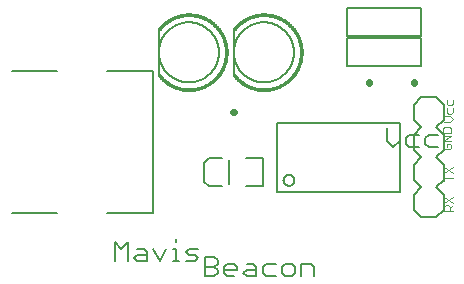
<source format=gto>
G75*
%MOIN*%
%OFA0B0*%
%FSLAX25Y25*%
%IPPOS*%
%LPD*%
%AMOC8*
5,1,8,0,0,1.08239X$1,22.5*
%
%ADD10C,0.00600*%
%ADD11C,0.00200*%
%ADD12C,0.02200*%
%ADD13C,0.00800*%
%ADD14C,0.00500*%
%ADD15C,0.00100*%
D10*
X0423633Y0012550D02*
X0423633Y0018955D01*
X0425768Y0016820D01*
X0427904Y0018955D01*
X0427904Y0012550D01*
X0430079Y0013618D02*
X0431146Y0014685D01*
X0434349Y0014685D01*
X0434349Y0015753D02*
X0434349Y0012550D01*
X0431146Y0012550D01*
X0430079Y0013618D01*
X0433282Y0016820D02*
X0434349Y0015753D01*
X0433282Y0016820D02*
X0431146Y0016820D01*
X0436524Y0016820D02*
X0438659Y0012550D01*
X0440795Y0016820D01*
X0442970Y0016820D02*
X0444037Y0016820D01*
X0444037Y0012550D01*
X0442970Y0012550D02*
X0445105Y0012550D01*
X0447267Y0012550D02*
X0450470Y0012550D01*
X0451537Y0013618D01*
X0450470Y0014685D01*
X0448334Y0014685D01*
X0447267Y0015753D01*
X0448334Y0016820D01*
X0451537Y0016820D01*
X0444037Y0018955D02*
X0444037Y0020023D01*
X0453633Y0013955D02*
X0456836Y0013955D01*
X0457904Y0012888D01*
X0457904Y0011820D01*
X0456836Y0010753D01*
X0453633Y0010753D01*
X0456836Y0010753D02*
X0457904Y0009685D01*
X0457904Y0008618D01*
X0456836Y0007550D01*
X0453633Y0007550D01*
X0453633Y0013955D01*
X0460079Y0010753D02*
X0461146Y0011820D01*
X0463282Y0011820D01*
X0464349Y0010753D01*
X0464349Y0009685D01*
X0460079Y0009685D01*
X0460079Y0008618D02*
X0460079Y0010753D01*
X0466524Y0008618D02*
X0467592Y0009685D01*
X0470795Y0009685D01*
X0470795Y0010753D02*
X0470795Y0007550D01*
X0467592Y0007550D01*
X0466524Y0008618D01*
X0463282Y0007550D02*
X0461146Y0007550D01*
X0460079Y0008618D01*
X0467592Y0011820D02*
X0469727Y0011820D01*
X0470795Y0010753D01*
X0472970Y0010753D02*
X0472970Y0008618D01*
X0474037Y0007550D01*
X0477240Y0007550D01*
X0479415Y0008618D02*
X0480483Y0007550D01*
X0482618Y0007550D01*
X0483686Y0008618D01*
X0483686Y0010753D01*
X0482618Y0011820D01*
X0480483Y0011820D01*
X0479415Y0010753D01*
X0479415Y0008618D01*
X0477240Y0011820D02*
X0474037Y0011820D01*
X0472970Y0010753D01*
X0485861Y0011820D02*
X0485861Y0007550D01*
X0490131Y0007550D02*
X0490131Y0010753D01*
X0489064Y0011820D01*
X0485861Y0011820D01*
X0477861Y0035734D02*
X0477861Y0058766D01*
X0518806Y0058766D01*
X0518806Y0035734D01*
X0477861Y0035734D01*
X0479890Y0039573D02*
X0479892Y0039658D01*
X0479898Y0039742D01*
X0479908Y0039827D01*
X0479922Y0039910D01*
X0479939Y0039993D01*
X0479961Y0040075D01*
X0479987Y0040156D01*
X0480016Y0040236D01*
X0480049Y0040314D01*
X0480085Y0040390D01*
X0480125Y0040465D01*
X0480169Y0040538D01*
X0480216Y0040609D01*
X0480266Y0040677D01*
X0480319Y0040743D01*
X0480376Y0040806D01*
X0480435Y0040867D01*
X0480497Y0040925D01*
X0480562Y0040980D01*
X0480629Y0041032D01*
X0480698Y0041080D01*
X0480770Y0041125D01*
X0480844Y0041167D01*
X0480920Y0041205D01*
X0480997Y0041240D01*
X0481076Y0041271D01*
X0481156Y0041299D01*
X0481238Y0041322D01*
X0481320Y0041342D01*
X0481403Y0041358D01*
X0481487Y0041370D01*
X0481572Y0041378D01*
X0481657Y0041382D01*
X0481741Y0041382D01*
X0481826Y0041378D01*
X0481911Y0041370D01*
X0481995Y0041358D01*
X0482078Y0041342D01*
X0482160Y0041322D01*
X0482242Y0041299D01*
X0482322Y0041271D01*
X0482401Y0041240D01*
X0482478Y0041205D01*
X0482554Y0041167D01*
X0482628Y0041125D01*
X0482700Y0041080D01*
X0482769Y0041032D01*
X0482836Y0040980D01*
X0482901Y0040925D01*
X0482963Y0040867D01*
X0483022Y0040806D01*
X0483079Y0040743D01*
X0483132Y0040677D01*
X0483182Y0040609D01*
X0483229Y0040538D01*
X0483273Y0040465D01*
X0483313Y0040390D01*
X0483349Y0040314D01*
X0483382Y0040236D01*
X0483411Y0040156D01*
X0483437Y0040075D01*
X0483459Y0039993D01*
X0483476Y0039910D01*
X0483490Y0039827D01*
X0483500Y0039742D01*
X0483506Y0039658D01*
X0483508Y0039573D01*
X0483506Y0039488D01*
X0483500Y0039404D01*
X0483490Y0039319D01*
X0483476Y0039236D01*
X0483459Y0039153D01*
X0483437Y0039071D01*
X0483411Y0038990D01*
X0483382Y0038910D01*
X0483349Y0038832D01*
X0483313Y0038756D01*
X0483273Y0038681D01*
X0483229Y0038608D01*
X0483182Y0038537D01*
X0483132Y0038469D01*
X0483079Y0038403D01*
X0483022Y0038340D01*
X0482963Y0038279D01*
X0482901Y0038221D01*
X0482836Y0038166D01*
X0482769Y0038114D01*
X0482700Y0038066D01*
X0482628Y0038021D01*
X0482554Y0037979D01*
X0482478Y0037941D01*
X0482401Y0037906D01*
X0482322Y0037875D01*
X0482242Y0037847D01*
X0482160Y0037824D01*
X0482078Y0037804D01*
X0481995Y0037788D01*
X0481911Y0037776D01*
X0481826Y0037768D01*
X0481741Y0037764D01*
X0481657Y0037764D01*
X0481572Y0037768D01*
X0481487Y0037776D01*
X0481403Y0037788D01*
X0481320Y0037804D01*
X0481238Y0037824D01*
X0481156Y0037847D01*
X0481076Y0037875D01*
X0480997Y0037906D01*
X0480920Y0037941D01*
X0480844Y0037979D01*
X0480770Y0038021D01*
X0480698Y0038066D01*
X0480629Y0038114D01*
X0480562Y0038166D01*
X0480497Y0038221D01*
X0480435Y0038279D01*
X0480376Y0038340D01*
X0480319Y0038403D01*
X0480266Y0038469D01*
X0480216Y0038537D01*
X0480169Y0038608D01*
X0480125Y0038681D01*
X0480085Y0038756D01*
X0480049Y0038832D01*
X0480016Y0038910D01*
X0479987Y0038990D01*
X0479961Y0039071D01*
X0479939Y0039153D01*
X0479922Y0039236D01*
X0479908Y0039319D01*
X0479898Y0039404D01*
X0479892Y0039488D01*
X0479890Y0039573D01*
X0514297Y0052685D02*
X0516432Y0050550D01*
X0518567Y0052685D01*
X0518567Y0056955D01*
X0514297Y0056955D02*
X0514297Y0052685D01*
X0520742Y0051618D02*
X0521810Y0050550D01*
X0525013Y0050550D01*
X0527188Y0051618D02*
X0528255Y0050550D01*
X0531458Y0050550D01*
X0527188Y0051618D02*
X0527188Y0053753D01*
X0528255Y0054820D01*
X0531458Y0054820D01*
X0525013Y0054820D02*
X0521810Y0054820D01*
X0520742Y0053753D01*
X0520742Y0051618D01*
X0463333Y0082250D02*
X0463336Y0082495D01*
X0463345Y0082741D01*
X0463360Y0082986D01*
X0463381Y0083230D01*
X0463408Y0083474D01*
X0463441Y0083717D01*
X0463480Y0083960D01*
X0463525Y0084201D01*
X0463576Y0084441D01*
X0463633Y0084680D01*
X0463695Y0084917D01*
X0463764Y0085153D01*
X0463838Y0085387D01*
X0463918Y0085619D01*
X0464003Y0085849D01*
X0464094Y0086077D01*
X0464191Y0086302D01*
X0464293Y0086526D01*
X0464401Y0086746D01*
X0464514Y0086964D01*
X0464632Y0087179D01*
X0464756Y0087391D01*
X0464884Y0087600D01*
X0465018Y0087806D01*
X0465157Y0088008D01*
X0465301Y0088207D01*
X0465450Y0088402D01*
X0465603Y0088594D01*
X0465761Y0088782D01*
X0465923Y0088966D01*
X0466091Y0089145D01*
X0466262Y0089321D01*
X0466438Y0089492D01*
X0466617Y0089660D01*
X0466801Y0089822D01*
X0466989Y0089980D01*
X0467181Y0090133D01*
X0467376Y0090282D01*
X0467575Y0090426D01*
X0467777Y0090565D01*
X0467983Y0090699D01*
X0468192Y0090827D01*
X0468404Y0090951D01*
X0468619Y0091069D01*
X0468837Y0091182D01*
X0469057Y0091290D01*
X0469281Y0091392D01*
X0469506Y0091489D01*
X0469734Y0091580D01*
X0469964Y0091665D01*
X0470196Y0091745D01*
X0470430Y0091819D01*
X0470666Y0091888D01*
X0470903Y0091950D01*
X0471142Y0092007D01*
X0471382Y0092058D01*
X0471623Y0092103D01*
X0471866Y0092142D01*
X0472109Y0092175D01*
X0472353Y0092202D01*
X0472597Y0092223D01*
X0472842Y0092238D01*
X0473088Y0092247D01*
X0473333Y0092250D01*
X0473578Y0092247D01*
X0473824Y0092238D01*
X0474069Y0092223D01*
X0474313Y0092202D01*
X0474557Y0092175D01*
X0474800Y0092142D01*
X0475043Y0092103D01*
X0475284Y0092058D01*
X0475524Y0092007D01*
X0475763Y0091950D01*
X0476000Y0091888D01*
X0476236Y0091819D01*
X0476470Y0091745D01*
X0476702Y0091665D01*
X0476932Y0091580D01*
X0477160Y0091489D01*
X0477385Y0091392D01*
X0477609Y0091290D01*
X0477829Y0091182D01*
X0478047Y0091069D01*
X0478262Y0090951D01*
X0478474Y0090827D01*
X0478683Y0090699D01*
X0478889Y0090565D01*
X0479091Y0090426D01*
X0479290Y0090282D01*
X0479485Y0090133D01*
X0479677Y0089980D01*
X0479865Y0089822D01*
X0480049Y0089660D01*
X0480228Y0089492D01*
X0480404Y0089321D01*
X0480575Y0089145D01*
X0480743Y0088966D01*
X0480905Y0088782D01*
X0481063Y0088594D01*
X0481216Y0088402D01*
X0481365Y0088207D01*
X0481509Y0088008D01*
X0481648Y0087806D01*
X0481782Y0087600D01*
X0481910Y0087391D01*
X0482034Y0087179D01*
X0482152Y0086964D01*
X0482265Y0086746D01*
X0482373Y0086526D01*
X0482475Y0086302D01*
X0482572Y0086077D01*
X0482663Y0085849D01*
X0482748Y0085619D01*
X0482828Y0085387D01*
X0482902Y0085153D01*
X0482971Y0084917D01*
X0483033Y0084680D01*
X0483090Y0084441D01*
X0483141Y0084201D01*
X0483186Y0083960D01*
X0483225Y0083717D01*
X0483258Y0083474D01*
X0483285Y0083230D01*
X0483306Y0082986D01*
X0483321Y0082741D01*
X0483330Y0082495D01*
X0483333Y0082250D01*
X0483330Y0082005D01*
X0483321Y0081759D01*
X0483306Y0081514D01*
X0483285Y0081270D01*
X0483258Y0081026D01*
X0483225Y0080783D01*
X0483186Y0080540D01*
X0483141Y0080299D01*
X0483090Y0080059D01*
X0483033Y0079820D01*
X0482971Y0079583D01*
X0482902Y0079347D01*
X0482828Y0079113D01*
X0482748Y0078881D01*
X0482663Y0078651D01*
X0482572Y0078423D01*
X0482475Y0078198D01*
X0482373Y0077974D01*
X0482265Y0077754D01*
X0482152Y0077536D01*
X0482034Y0077321D01*
X0481910Y0077109D01*
X0481782Y0076900D01*
X0481648Y0076694D01*
X0481509Y0076492D01*
X0481365Y0076293D01*
X0481216Y0076098D01*
X0481063Y0075906D01*
X0480905Y0075718D01*
X0480743Y0075534D01*
X0480575Y0075355D01*
X0480404Y0075179D01*
X0480228Y0075008D01*
X0480049Y0074840D01*
X0479865Y0074678D01*
X0479677Y0074520D01*
X0479485Y0074367D01*
X0479290Y0074218D01*
X0479091Y0074074D01*
X0478889Y0073935D01*
X0478683Y0073801D01*
X0478474Y0073673D01*
X0478262Y0073549D01*
X0478047Y0073431D01*
X0477829Y0073318D01*
X0477609Y0073210D01*
X0477385Y0073108D01*
X0477160Y0073011D01*
X0476932Y0072920D01*
X0476702Y0072835D01*
X0476470Y0072755D01*
X0476236Y0072681D01*
X0476000Y0072612D01*
X0475763Y0072550D01*
X0475524Y0072493D01*
X0475284Y0072442D01*
X0475043Y0072397D01*
X0474800Y0072358D01*
X0474557Y0072325D01*
X0474313Y0072298D01*
X0474069Y0072277D01*
X0473824Y0072262D01*
X0473578Y0072253D01*
X0473333Y0072250D01*
X0473088Y0072253D01*
X0472842Y0072262D01*
X0472597Y0072277D01*
X0472353Y0072298D01*
X0472109Y0072325D01*
X0471866Y0072358D01*
X0471623Y0072397D01*
X0471382Y0072442D01*
X0471142Y0072493D01*
X0470903Y0072550D01*
X0470666Y0072612D01*
X0470430Y0072681D01*
X0470196Y0072755D01*
X0469964Y0072835D01*
X0469734Y0072920D01*
X0469506Y0073011D01*
X0469281Y0073108D01*
X0469057Y0073210D01*
X0468837Y0073318D01*
X0468619Y0073431D01*
X0468404Y0073549D01*
X0468192Y0073673D01*
X0467983Y0073801D01*
X0467777Y0073935D01*
X0467575Y0074074D01*
X0467376Y0074218D01*
X0467181Y0074367D01*
X0466989Y0074520D01*
X0466801Y0074678D01*
X0466617Y0074840D01*
X0466438Y0075008D01*
X0466262Y0075179D01*
X0466091Y0075355D01*
X0465923Y0075534D01*
X0465761Y0075718D01*
X0465603Y0075906D01*
X0465450Y0076098D01*
X0465301Y0076293D01*
X0465157Y0076492D01*
X0465018Y0076694D01*
X0464884Y0076900D01*
X0464756Y0077109D01*
X0464632Y0077321D01*
X0464514Y0077536D01*
X0464401Y0077754D01*
X0464293Y0077974D01*
X0464191Y0078198D01*
X0464094Y0078423D01*
X0464003Y0078651D01*
X0463918Y0078881D01*
X0463838Y0079113D01*
X0463764Y0079347D01*
X0463695Y0079583D01*
X0463633Y0079820D01*
X0463576Y0080059D01*
X0463525Y0080299D01*
X0463480Y0080540D01*
X0463441Y0080783D01*
X0463408Y0081026D01*
X0463381Y0081270D01*
X0463360Y0081514D01*
X0463345Y0081759D01*
X0463336Y0082005D01*
X0463333Y0082250D01*
X0438333Y0082250D02*
X0438336Y0082495D01*
X0438345Y0082741D01*
X0438360Y0082986D01*
X0438381Y0083230D01*
X0438408Y0083474D01*
X0438441Y0083717D01*
X0438480Y0083960D01*
X0438525Y0084201D01*
X0438576Y0084441D01*
X0438633Y0084680D01*
X0438695Y0084917D01*
X0438764Y0085153D01*
X0438838Y0085387D01*
X0438918Y0085619D01*
X0439003Y0085849D01*
X0439094Y0086077D01*
X0439191Y0086302D01*
X0439293Y0086526D01*
X0439401Y0086746D01*
X0439514Y0086964D01*
X0439632Y0087179D01*
X0439756Y0087391D01*
X0439884Y0087600D01*
X0440018Y0087806D01*
X0440157Y0088008D01*
X0440301Y0088207D01*
X0440450Y0088402D01*
X0440603Y0088594D01*
X0440761Y0088782D01*
X0440923Y0088966D01*
X0441091Y0089145D01*
X0441262Y0089321D01*
X0441438Y0089492D01*
X0441617Y0089660D01*
X0441801Y0089822D01*
X0441989Y0089980D01*
X0442181Y0090133D01*
X0442376Y0090282D01*
X0442575Y0090426D01*
X0442777Y0090565D01*
X0442983Y0090699D01*
X0443192Y0090827D01*
X0443404Y0090951D01*
X0443619Y0091069D01*
X0443837Y0091182D01*
X0444057Y0091290D01*
X0444281Y0091392D01*
X0444506Y0091489D01*
X0444734Y0091580D01*
X0444964Y0091665D01*
X0445196Y0091745D01*
X0445430Y0091819D01*
X0445666Y0091888D01*
X0445903Y0091950D01*
X0446142Y0092007D01*
X0446382Y0092058D01*
X0446623Y0092103D01*
X0446866Y0092142D01*
X0447109Y0092175D01*
X0447353Y0092202D01*
X0447597Y0092223D01*
X0447842Y0092238D01*
X0448088Y0092247D01*
X0448333Y0092250D01*
X0448578Y0092247D01*
X0448824Y0092238D01*
X0449069Y0092223D01*
X0449313Y0092202D01*
X0449557Y0092175D01*
X0449800Y0092142D01*
X0450043Y0092103D01*
X0450284Y0092058D01*
X0450524Y0092007D01*
X0450763Y0091950D01*
X0451000Y0091888D01*
X0451236Y0091819D01*
X0451470Y0091745D01*
X0451702Y0091665D01*
X0451932Y0091580D01*
X0452160Y0091489D01*
X0452385Y0091392D01*
X0452609Y0091290D01*
X0452829Y0091182D01*
X0453047Y0091069D01*
X0453262Y0090951D01*
X0453474Y0090827D01*
X0453683Y0090699D01*
X0453889Y0090565D01*
X0454091Y0090426D01*
X0454290Y0090282D01*
X0454485Y0090133D01*
X0454677Y0089980D01*
X0454865Y0089822D01*
X0455049Y0089660D01*
X0455228Y0089492D01*
X0455404Y0089321D01*
X0455575Y0089145D01*
X0455743Y0088966D01*
X0455905Y0088782D01*
X0456063Y0088594D01*
X0456216Y0088402D01*
X0456365Y0088207D01*
X0456509Y0088008D01*
X0456648Y0087806D01*
X0456782Y0087600D01*
X0456910Y0087391D01*
X0457034Y0087179D01*
X0457152Y0086964D01*
X0457265Y0086746D01*
X0457373Y0086526D01*
X0457475Y0086302D01*
X0457572Y0086077D01*
X0457663Y0085849D01*
X0457748Y0085619D01*
X0457828Y0085387D01*
X0457902Y0085153D01*
X0457971Y0084917D01*
X0458033Y0084680D01*
X0458090Y0084441D01*
X0458141Y0084201D01*
X0458186Y0083960D01*
X0458225Y0083717D01*
X0458258Y0083474D01*
X0458285Y0083230D01*
X0458306Y0082986D01*
X0458321Y0082741D01*
X0458330Y0082495D01*
X0458333Y0082250D01*
X0458330Y0082005D01*
X0458321Y0081759D01*
X0458306Y0081514D01*
X0458285Y0081270D01*
X0458258Y0081026D01*
X0458225Y0080783D01*
X0458186Y0080540D01*
X0458141Y0080299D01*
X0458090Y0080059D01*
X0458033Y0079820D01*
X0457971Y0079583D01*
X0457902Y0079347D01*
X0457828Y0079113D01*
X0457748Y0078881D01*
X0457663Y0078651D01*
X0457572Y0078423D01*
X0457475Y0078198D01*
X0457373Y0077974D01*
X0457265Y0077754D01*
X0457152Y0077536D01*
X0457034Y0077321D01*
X0456910Y0077109D01*
X0456782Y0076900D01*
X0456648Y0076694D01*
X0456509Y0076492D01*
X0456365Y0076293D01*
X0456216Y0076098D01*
X0456063Y0075906D01*
X0455905Y0075718D01*
X0455743Y0075534D01*
X0455575Y0075355D01*
X0455404Y0075179D01*
X0455228Y0075008D01*
X0455049Y0074840D01*
X0454865Y0074678D01*
X0454677Y0074520D01*
X0454485Y0074367D01*
X0454290Y0074218D01*
X0454091Y0074074D01*
X0453889Y0073935D01*
X0453683Y0073801D01*
X0453474Y0073673D01*
X0453262Y0073549D01*
X0453047Y0073431D01*
X0452829Y0073318D01*
X0452609Y0073210D01*
X0452385Y0073108D01*
X0452160Y0073011D01*
X0451932Y0072920D01*
X0451702Y0072835D01*
X0451470Y0072755D01*
X0451236Y0072681D01*
X0451000Y0072612D01*
X0450763Y0072550D01*
X0450524Y0072493D01*
X0450284Y0072442D01*
X0450043Y0072397D01*
X0449800Y0072358D01*
X0449557Y0072325D01*
X0449313Y0072298D01*
X0449069Y0072277D01*
X0448824Y0072262D01*
X0448578Y0072253D01*
X0448333Y0072250D01*
X0448088Y0072253D01*
X0447842Y0072262D01*
X0447597Y0072277D01*
X0447353Y0072298D01*
X0447109Y0072325D01*
X0446866Y0072358D01*
X0446623Y0072397D01*
X0446382Y0072442D01*
X0446142Y0072493D01*
X0445903Y0072550D01*
X0445666Y0072612D01*
X0445430Y0072681D01*
X0445196Y0072755D01*
X0444964Y0072835D01*
X0444734Y0072920D01*
X0444506Y0073011D01*
X0444281Y0073108D01*
X0444057Y0073210D01*
X0443837Y0073318D01*
X0443619Y0073431D01*
X0443404Y0073549D01*
X0443192Y0073673D01*
X0442983Y0073801D01*
X0442777Y0073935D01*
X0442575Y0074074D01*
X0442376Y0074218D01*
X0442181Y0074367D01*
X0441989Y0074520D01*
X0441801Y0074678D01*
X0441617Y0074840D01*
X0441438Y0075008D01*
X0441262Y0075179D01*
X0441091Y0075355D01*
X0440923Y0075534D01*
X0440761Y0075718D01*
X0440603Y0075906D01*
X0440450Y0076098D01*
X0440301Y0076293D01*
X0440157Y0076492D01*
X0440018Y0076694D01*
X0439884Y0076900D01*
X0439756Y0077109D01*
X0439632Y0077321D01*
X0439514Y0077536D01*
X0439401Y0077754D01*
X0439293Y0077974D01*
X0439191Y0078198D01*
X0439094Y0078423D01*
X0439003Y0078651D01*
X0438918Y0078881D01*
X0438838Y0079113D01*
X0438764Y0079347D01*
X0438695Y0079583D01*
X0438633Y0079820D01*
X0438576Y0080059D01*
X0438525Y0080299D01*
X0438480Y0080540D01*
X0438441Y0080783D01*
X0438408Y0081026D01*
X0438381Y0081270D01*
X0438360Y0081514D01*
X0438345Y0081759D01*
X0438336Y0082005D01*
X0438333Y0082250D01*
D11*
X0533431Y0060931D02*
X0535299Y0060931D01*
X0536233Y0059997D01*
X0535299Y0059063D01*
X0533431Y0059063D01*
X0533398Y0057243D02*
X0532931Y0056776D01*
X0532931Y0055375D01*
X0535733Y0055375D01*
X0535733Y0056776D01*
X0535266Y0057243D01*
X0533398Y0057243D01*
X0532931Y0054481D02*
X0535733Y0054481D01*
X0532931Y0052612D01*
X0535733Y0052612D01*
X0535266Y0051718D02*
X0534332Y0051718D01*
X0534332Y0050784D01*
X0533398Y0049850D02*
X0535266Y0049850D01*
X0535733Y0050317D01*
X0535733Y0051251D01*
X0535266Y0051718D01*
X0533398Y0051718D02*
X0532931Y0051251D01*
X0532931Y0050317D01*
X0533398Y0049850D01*
X0533431Y0043956D02*
X0536233Y0042088D01*
X0536233Y0043956D02*
X0533431Y0042088D01*
X0533431Y0041194D02*
X0533431Y0039325D01*
X0533431Y0040259D02*
X0536233Y0040259D01*
X0536233Y0033956D02*
X0533431Y0032088D01*
X0533898Y0031194D02*
X0534832Y0031194D01*
X0535299Y0030726D01*
X0535299Y0029325D01*
X0536233Y0029325D02*
X0533431Y0029325D01*
X0533431Y0030726D01*
X0533898Y0031194D01*
X0535299Y0030259D02*
X0536233Y0031194D01*
X0536233Y0032088D02*
X0533431Y0033956D01*
X0534832Y0061825D02*
X0535766Y0061825D01*
X0536233Y0062292D01*
X0536233Y0063694D01*
X0535766Y0064588D02*
X0536233Y0065055D01*
X0536233Y0066456D01*
X0534365Y0066456D02*
X0534365Y0065055D01*
X0534832Y0064588D01*
X0535766Y0064588D01*
X0534365Y0063694D02*
X0534365Y0062292D01*
X0534832Y0061825D01*
D12*
X0523333Y0072130D02*
X0523333Y0072370D01*
X0508333Y0072370D02*
X0508333Y0072130D01*
X0463453Y0062250D02*
X0463213Y0062250D01*
D13*
X0404436Y0028628D02*
X0389475Y0028628D01*
X0420971Y0028628D02*
X0436325Y0028628D01*
X0436325Y0075872D01*
X0420971Y0075872D01*
X0404436Y0075872D02*
X0389475Y0075872D01*
X0438333Y0074750D02*
X0438333Y0089750D01*
X0463333Y0089750D02*
X0463333Y0074750D01*
X0500932Y0077526D02*
X0500932Y0086974D01*
X0525735Y0086974D01*
X0525735Y0077526D01*
X0500932Y0077526D01*
X0500932Y0087526D02*
X0500932Y0096974D01*
X0525735Y0096974D01*
X0525735Y0087526D01*
X0500932Y0087526D01*
X0523333Y0064750D02*
X0525833Y0067250D01*
X0530833Y0067250D01*
X0533333Y0064750D01*
X0533333Y0059750D01*
X0530833Y0057250D01*
X0533333Y0054750D01*
X0533333Y0049750D01*
X0530833Y0047250D01*
X0533333Y0044750D01*
X0533333Y0039750D01*
X0530833Y0037250D01*
X0533333Y0034750D01*
X0533333Y0029750D01*
X0530833Y0027250D01*
X0525833Y0027250D01*
X0523333Y0029750D01*
X0523333Y0034750D01*
X0525833Y0037250D01*
X0523333Y0039750D01*
X0523333Y0044750D01*
X0525833Y0047250D01*
X0523333Y0049750D01*
X0523333Y0054750D01*
X0525833Y0057250D01*
X0523333Y0059750D01*
X0523333Y0064750D01*
X0473176Y0046974D02*
X0467270Y0046974D01*
X0473176Y0046974D02*
X0473176Y0037526D01*
X0467270Y0037526D01*
X0459396Y0037526D02*
X0455066Y0037526D01*
X0453491Y0039100D01*
X0453491Y0045400D01*
X0455066Y0046974D01*
X0459396Y0046974D01*
D14*
X0461833Y0046250D02*
X0461833Y0038250D01*
D15*
X0463004Y0074441D02*
X0463724Y0074981D01*
X0463723Y0074980D02*
X0463904Y0074747D01*
X0464090Y0074519D01*
X0464282Y0074295D01*
X0464479Y0074076D01*
X0464681Y0073862D01*
X0464889Y0073653D01*
X0465102Y0073450D01*
X0465319Y0073251D01*
X0465542Y0073058D01*
X0465769Y0072870D01*
X0466000Y0072688D01*
X0466236Y0072511D01*
X0466477Y0072341D01*
X0466721Y0072176D01*
X0466969Y0072018D01*
X0467221Y0071865D01*
X0467477Y0071719D01*
X0467736Y0071579D01*
X0467999Y0071445D01*
X0468264Y0071318D01*
X0468533Y0071197D01*
X0468805Y0071083D01*
X0469079Y0070976D01*
X0469356Y0070875D01*
X0469635Y0070781D01*
X0469917Y0070694D01*
X0470200Y0070614D01*
X0470486Y0070541D01*
X0470773Y0070475D01*
X0471062Y0070416D01*
X0471352Y0070364D01*
X0471643Y0070319D01*
X0471935Y0070281D01*
X0472228Y0070251D01*
X0472522Y0070227D01*
X0472816Y0070211D01*
X0473110Y0070202D01*
X0473405Y0070200D01*
X0473700Y0070206D01*
X0473994Y0070218D01*
X0474288Y0070238D01*
X0474581Y0070265D01*
X0474874Y0070299D01*
X0475166Y0070340D01*
X0475456Y0070389D01*
X0475746Y0070444D01*
X0476033Y0070506D01*
X0476320Y0070576D01*
X0476604Y0070653D01*
X0476887Y0070736D01*
X0477167Y0070826D01*
X0477445Y0070923D01*
X0477721Y0071027D01*
X0477994Y0071138D01*
X0478264Y0071255D01*
X0478532Y0071379D01*
X0478796Y0071509D01*
X0479057Y0071646D01*
X0479314Y0071789D01*
X0479568Y0071939D01*
X0479819Y0072094D01*
X0480065Y0072256D01*
X0480307Y0072423D01*
X0480545Y0072597D01*
X0480779Y0072776D01*
X0481009Y0072961D01*
X0481233Y0073151D01*
X0481454Y0073347D01*
X0481669Y0073548D01*
X0481879Y0073755D01*
X0482084Y0073966D01*
X0482284Y0074183D01*
X0482479Y0074404D01*
X0482668Y0074630D01*
X0482851Y0074860D01*
X0483029Y0075095D01*
X0483201Y0075335D01*
X0483367Y0075578D01*
X0483527Y0075825D01*
X0483681Y0076076D01*
X0483829Y0076331D01*
X0483971Y0076590D01*
X0484106Y0076851D01*
X0484235Y0077116D01*
X0484357Y0077384D01*
X0484473Y0077655D01*
X0484582Y0077929D01*
X0484684Y0078205D01*
X0484779Y0078484D01*
X0484868Y0078765D01*
X0484950Y0079048D01*
X0485025Y0079333D01*
X0485092Y0079620D01*
X0485153Y0079908D01*
X0485207Y0080198D01*
X0485254Y0080489D01*
X0485293Y0080781D01*
X0485325Y0081073D01*
X0485351Y0081367D01*
X0485369Y0081661D01*
X0485379Y0081955D01*
X0485383Y0082250D01*
X0485379Y0082545D01*
X0485369Y0082839D01*
X0485351Y0083133D01*
X0485325Y0083427D01*
X0485293Y0083719D01*
X0485254Y0084011D01*
X0485207Y0084302D01*
X0485153Y0084592D01*
X0485092Y0084880D01*
X0485025Y0085167D01*
X0484950Y0085452D01*
X0484868Y0085735D01*
X0484779Y0086016D01*
X0484684Y0086295D01*
X0484582Y0086571D01*
X0484473Y0086845D01*
X0484357Y0087116D01*
X0484235Y0087384D01*
X0484106Y0087649D01*
X0483971Y0087910D01*
X0483829Y0088169D01*
X0483681Y0088424D01*
X0483527Y0088675D01*
X0483367Y0088922D01*
X0483201Y0089165D01*
X0483029Y0089405D01*
X0482851Y0089640D01*
X0482668Y0089870D01*
X0482479Y0090096D01*
X0482284Y0090317D01*
X0482084Y0090534D01*
X0481879Y0090745D01*
X0481669Y0090952D01*
X0481454Y0091153D01*
X0481233Y0091349D01*
X0481009Y0091539D01*
X0480779Y0091724D01*
X0480545Y0091903D01*
X0480307Y0092077D01*
X0480065Y0092244D01*
X0479819Y0092406D01*
X0479568Y0092561D01*
X0479314Y0092711D01*
X0479057Y0092854D01*
X0478796Y0092991D01*
X0478532Y0093121D01*
X0478264Y0093245D01*
X0477994Y0093362D01*
X0477721Y0093473D01*
X0477445Y0093577D01*
X0477167Y0093674D01*
X0476887Y0093764D01*
X0476604Y0093847D01*
X0476320Y0093924D01*
X0476033Y0093994D01*
X0475746Y0094056D01*
X0475456Y0094111D01*
X0475166Y0094160D01*
X0474874Y0094201D01*
X0474581Y0094235D01*
X0474288Y0094262D01*
X0473994Y0094282D01*
X0473700Y0094294D01*
X0473405Y0094300D01*
X0473110Y0094298D01*
X0472816Y0094289D01*
X0472522Y0094273D01*
X0472228Y0094249D01*
X0471935Y0094219D01*
X0471643Y0094181D01*
X0471352Y0094136D01*
X0471062Y0094084D01*
X0470773Y0094025D01*
X0470486Y0093959D01*
X0470200Y0093886D01*
X0469917Y0093806D01*
X0469635Y0093719D01*
X0469356Y0093625D01*
X0469079Y0093524D01*
X0468805Y0093417D01*
X0468533Y0093303D01*
X0468264Y0093182D01*
X0467999Y0093055D01*
X0467736Y0092921D01*
X0467477Y0092781D01*
X0467221Y0092635D01*
X0466969Y0092482D01*
X0466721Y0092324D01*
X0466477Y0092159D01*
X0466236Y0091989D01*
X0466000Y0091812D01*
X0465769Y0091630D01*
X0465542Y0091442D01*
X0465319Y0091249D01*
X0465102Y0091050D01*
X0464889Y0090847D01*
X0464681Y0090638D01*
X0464479Y0090424D01*
X0464282Y0090205D01*
X0464090Y0089981D01*
X0463904Y0089753D01*
X0463723Y0089520D01*
X0463004Y0090059D01*
X0463003Y0090060D01*
X0463197Y0090310D01*
X0463397Y0090556D01*
X0463603Y0090796D01*
X0463815Y0091031D01*
X0464033Y0091261D01*
X0464256Y0091486D01*
X0464484Y0091705D01*
X0464718Y0091919D01*
X0464957Y0092127D01*
X0465201Y0092329D01*
X0465450Y0092524D01*
X0465704Y0092714D01*
X0465962Y0092897D01*
X0466224Y0093074D01*
X0466491Y0093245D01*
X0466762Y0093409D01*
X0467037Y0093566D01*
X0467315Y0093717D01*
X0467598Y0093861D01*
X0467883Y0093997D01*
X0468172Y0094127D01*
X0468464Y0094250D01*
X0468759Y0094365D01*
X0469056Y0094473D01*
X0469357Y0094574D01*
X0469659Y0094668D01*
X0469964Y0094754D01*
X0470271Y0094833D01*
X0470579Y0094904D01*
X0470889Y0094967D01*
X0471201Y0095023D01*
X0471514Y0095072D01*
X0471828Y0095112D01*
X0472143Y0095145D01*
X0472459Y0095170D01*
X0472775Y0095188D01*
X0473091Y0095198D01*
X0473408Y0095200D01*
X0473725Y0095194D01*
X0474041Y0095181D01*
X0474357Y0095159D01*
X0474672Y0095131D01*
X0474987Y0095094D01*
X0475300Y0095050D01*
X0475613Y0094998D01*
X0475924Y0094938D01*
X0476233Y0094871D01*
X0476541Y0094796D01*
X0476847Y0094714D01*
X0477150Y0094625D01*
X0477452Y0094528D01*
X0477751Y0094423D01*
X0478047Y0094311D01*
X0478341Y0094193D01*
X0478631Y0094067D01*
X0478918Y0093934D01*
X0479203Y0093793D01*
X0479483Y0093646D01*
X0479760Y0093493D01*
X0480033Y0093332D01*
X0480302Y0093165D01*
X0480567Y0092991D01*
X0480827Y0092811D01*
X0481083Y0092625D01*
X0481334Y0092432D01*
X0481581Y0092234D01*
X0481823Y0092029D01*
X0482059Y0091819D01*
X0482291Y0091602D01*
X0482516Y0091380D01*
X0482737Y0091153D01*
X0482952Y0090921D01*
X0483161Y0090683D01*
X0483364Y0090440D01*
X0483562Y0090192D01*
X0483753Y0089940D01*
X0483938Y0089683D01*
X0484116Y0089421D01*
X0484288Y0089155D01*
X0484454Y0088886D01*
X0484613Y0088612D01*
X0484765Y0088334D01*
X0484910Y0088053D01*
X0485049Y0087768D01*
X0485180Y0087480D01*
X0485304Y0087188D01*
X0485422Y0086894D01*
X0485532Y0086597D01*
X0485634Y0086298D01*
X0485729Y0085996D01*
X0485817Y0085692D01*
X0485898Y0085385D01*
X0485971Y0085077D01*
X0486036Y0084767D01*
X0486094Y0084456D01*
X0486144Y0084143D01*
X0486186Y0083829D01*
X0486221Y0083515D01*
X0486248Y0083199D01*
X0486268Y0082883D01*
X0486279Y0082567D01*
X0486283Y0082250D01*
X0486279Y0081933D01*
X0486268Y0081617D01*
X0486248Y0081301D01*
X0486221Y0080985D01*
X0486186Y0080671D01*
X0486144Y0080357D01*
X0486094Y0080044D01*
X0486036Y0079733D01*
X0485971Y0079423D01*
X0485898Y0079115D01*
X0485817Y0078808D01*
X0485729Y0078504D01*
X0485634Y0078202D01*
X0485532Y0077903D01*
X0485422Y0077606D01*
X0485304Y0077312D01*
X0485180Y0077020D01*
X0485049Y0076732D01*
X0484910Y0076447D01*
X0484765Y0076166D01*
X0484613Y0075888D01*
X0484454Y0075614D01*
X0484288Y0075345D01*
X0484116Y0075079D01*
X0483938Y0074817D01*
X0483753Y0074560D01*
X0483562Y0074308D01*
X0483364Y0074060D01*
X0483161Y0073817D01*
X0482952Y0073579D01*
X0482737Y0073347D01*
X0482516Y0073120D01*
X0482291Y0072898D01*
X0482059Y0072681D01*
X0481823Y0072471D01*
X0481581Y0072266D01*
X0481334Y0072068D01*
X0481083Y0071875D01*
X0480827Y0071689D01*
X0480567Y0071509D01*
X0480302Y0071335D01*
X0480033Y0071168D01*
X0479760Y0071007D01*
X0479483Y0070854D01*
X0479203Y0070707D01*
X0478918Y0070566D01*
X0478631Y0070433D01*
X0478341Y0070307D01*
X0478047Y0070189D01*
X0477751Y0070077D01*
X0477452Y0069972D01*
X0477150Y0069875D01*
X0476847Y0069786D01*
X0476541Y0069704D01*
X0476233Y0069629D01*
X0475924Y0069562D01*
X0475613Y0069502D01*
X0475300Y0069450D01*
X0474987Y0069406D01*
X0474672Y0069369D01*
X0474357Y0069341D01*
X0474041Y0069319D01*
X0473725Y0069306D01*
X0473408Y0069300D01*
X0473091Y0069302D01*
X0472775Y0069312D01*
X0472459Y0069330D01*
X0472143Y0069355D01*
X0471828Y0069388D01*
X0471514Y0069428D01*
X0471201Y0069477D01*
X0470889Y0069533D01*
X0470579Y0069596D01*
X0470271Y0069667D01*
X0469964Y0069746D01*
X0469659Y0069832D01*
X0469357Y0069926D01*
X0469056Y0070027D01*
X0468759Y0070135D01*
X0468464Y0070250D01*
X0468172Y0070373D01*
X0467883Y0070503D01*
X0467598Y0070639D01*
X0467315Y0070783D01*
X0467037Y0070934D01*
X0466762Y0071091D01*
X0466491Y0071255D01*
X0466224Y0071426D01*
X0465962Y0071603D01*
X0465704Y0071786D01*
X0465450Y0071976D01*
X0465201Y0072171D01*
X0464957Y0072373D01*
X0464718Y0072581D01*
X0464484Y0072795D01*
X0464256Y0073014D01*
X0464033Y0073239D01*
X0463815Y0073469D01*
X0463603Y0073704D01*
X0463397Y0073944D01*
X0463197Y0074190D01*
X0463003Y0074440D01*
X0463078Y0074496D01*
X0463271Y0074248D01*
X0463470Y0074004D01*
X0463674Y0073766D01*
X0463884Y0073532D01*
X0464100Y0073304D01*
X0464322Y0073081D01*
X0464549Y0072863D01*
X0464781Y0072651D01*
X0465018Y0072445D01*
X0465260Y0072244D01*
X0465508Y0072050D01*
X0465759Y0071862D01*
X0466016Y0071680D01*
X0466276Y0071504D01*
X0466541Y0071335D01*
X0466810Y0071172D01*
X0467083Y0071016D01*
X0467359Y0070866D01*
X0467639Y0070724D01*
X0467923Y0070588D01*
X0468210Y0070459D01*
X0468500Y0070337D01*
X0468792Y0070223D01*
X0469088Y0070115D01*
X0469386Y0070015D01*
X0469686Y0069922D01*
X0469989Y0069837D01*
X0470293Y0069759D01*
X0470599Y0069688D01*
X0470907Y0069625D01*
X0471217Y0069569D01*
X0471527Y0069521D01*
X0471839Y0069481D01*
X0472152Y0069448D01*
X0472465Y0069423D01*
X0472779Y0069406D01*
X0473093Y0069396D01*
X0473408Y0069394D01*
X0473722Y0069400D01*
X0474036Y0069413D01*
X0474350Y0069434D01*
X0474663Y0069463D01*
X0474975Y0069499D01*
X0475286Y0069543D01*
X0475596Y0069595D01*
X0475905Y0069654D01*
X0476212Y0069721D01*
X0476518Y0069795D01*
X0476821Y0069876D01*
X0477123Y0069965D01*
X0477422Y0070062D01*
X0477719Y0070165D01*
X0478013Y0070276D01*
X0478304Y0070394D01*
X0478593Y0070519D01*
X0478878Y0070651D01*
X0479160Y0070790D01*
X0479438Y0070936D01*
X0479713Y0071089D01*
X0479984Y0071248D01*
X0480251Y0071414D01*
X0480514Y0071587D01*
X0480773Y0071765D01*
X0481027Y0071950D01*
X0481276Y0072142D01*
X0481521Y0072339D01*
X0481761Y0072542D01*
X0481996Y0072751D01*
X0482226Y0072966D01*
X0482450Y0073186D01*
X0482669Y0073411D01*
X0482882Y0073642D01*
X0483090Y0073878D01*
X0483292Y0074120D01*
X0483487Y0074365D01*
X0483677Y0074616D01*
X0483861Y0074871D01*
X0484038Y0075131D01*
X0484209Y0075395D01*
X0484373Y0075663D01*
X0484531Y0075935D01*
X0484682Y0076210D01*
X0484826Y0076490D01*
X0484964Y0076772D01*
X0485094Y0077058D01*
X0485218Y0077347D01*
X0485334Y0077640D01*
X0485443Y0077934D01*
X0485545Y0078232D01*
X0485639Y0078531D01*
X0485727Y0078834D01*
X0485807Y0079138D01*
X0485879Y0079443D01*
X0485944Y0079751D01*
X0486001Y0080060D01*
X0486051Y0080371D01*
X0486093Y0080682D01*
X0486128Y0080995D01*
X0486154Y0081308D01*
X0486174Y0081622D01*
X0486185Y0081936D01*
X0486189Y0082250D01*
X0486185Y0082564D01*
X0486174Y0082878D01*
X0486154Y0083192D01*
X0486128Y0083505D01*
X0486093Y0083818D01*
X0486051Y0084129D01*
X0486001Y0084440D01*
X0485944Y0084749D01*
X0485879Y0085057D01*
X0485807Y0085362D01*
X0485727Y0085666D01*
X0485639Y0085969D01*
X0485545Y0086268D01*
X0485443Y0086566D01*
X0485334Y0086860D01*
X0485218Y0087153D01*
X0485094Y0087442D01*
X0484964Y0087728D01*
X0484826Y0088010D01*
X0484682Y0088290D01*
X0484531Y0088565D01*
X0484373Y0088837D01*
X0484209Y0089105D01*
X0484038Y0089369D01*
X0483861Y0089629D01*
X0483677Y0089884D01*
X0483487Y0090135D01*
X0483292Y0090380D01*
X0483090Y0090622D01*
X0482882Y0090858D01*
X0482669Y0091089D01*
X0482450Y0091314D01*
X0482226Y0091534D01*
X0481996Y0091749D01*
X0481761Y0091958D01*
X0481521Y0092161D01*
X0481276Y0092358D01*
X0481027Y0092550D01*
X0480773Y0092735D01*
X0480514Y0092913D01*
X0480251Y0093086D01*
X0479984Y0093252D01*
X0479713Y0093411D01*
X0479438Y0093564D01*
X0479160Y0093710D01*
X0478878Y0093849D01*
X0478593Y0093981D01*
X0478304Y0094106D01*
X0478013Y0094224D01*
X0477719Y0094335D01*
X0477422Y0094438D01*
X0477123Y0094535D01*
X0476821Y0094624D01*
X0476518Y0094705D01*
X0476212Y0094779D01*
X0475905Y0094846D01*
X0475596Y0094905D01*
X0475286Y0094957D01*
X0474975Y0095001D01*
X0474663Y0095037D01*
X0474350Y0095066D01*
X0474036Y0095087D01*
X0473722Y0095100D01*
X0473408Y0095106D01*
X0473093Y0095104D01*
X0472779Y0095094D01*
X0472465Y0095077D01*
X0472152Y0095052D01*
X0471839Y0095019D01*
X0471527Y0094979D01*
X0471217Y0094931D01*
X0470907Y0094875D01*
X0470599Y0094812D01*
X0470293Y0094741D01*
X0469989Y0094663D01*
X0469686Y0094578D01*
X0469386Y0094485D01*
X0469088Y0094385D01*
X0468792Y0094277D01*
X0468500Y0094163D01*
X0468210Y0094041D01*
X0467923Y0093912D01*
X0467639Y0093776D01*
X0467359Y0093634D01*
X0467083Y0093484D01*
X0466810Y0093328D01*
X0466541Y0093165D01*
X0466276Y0092996D01*
X0466016Y0092820D01*
X0465759Y0092638D01*
X0465508Y0092450D01*
X0465260Y0092256D01*
X0465018Y0092055D01*
X0464781Y0091849D01*
X0464549Y0091637D01*
X0464322Y0091419D01*
X0464100Y0091196D01*
X0463884Y0090968D01*
X0463674Y0090734D01*
X0463470Y0090496D01*
X0463271Y0090252D01*
X0463078Y0090004D01*
X0463153Y0089947D01*
X0463345Y0090194D01*
X0463542Y0090436D01*
X0463745Y0090673D01*
X0463954Y0090904D01*
X0464168Y0091131D01*
X0464388Y0091353D01*
X0464613Y0091569D01*
X0464844Y0091779D01*
X0465079Y0091984D01*
X0465320Y0092183D01*
X0465565Y0092376D01*
X0465815Y0092562D01*
X0466069Y0092743D01*
X0466328Y0092918D01*
X0466591Y0093086D01*
X0466858Y0093247D01*
X0467129Y0093402D01*
X0467403Y0093551D01*
X0467681Y0093692D01*
X0467963Y0093827D01*
X0468247Y0093955D01*
X0468535Y0094076D01*
X0468826Y0094190D01*
X0469119Y0094296D01*
X0469415Y0094396D01*
X0469713Y0094488D01*
X0470013Y0094573D01*
X0470316Y0094650D01*
X0470620Y0094720D01*
X0470925Y0094783D01*
X0471232Y0094838D01*
X0471541Y0094886D01*
X0471850Y0094926D01*
X0472161Y0094958D01*
X0472472Y0094983D01*
X0472783Y0095000D01*
X0473095Y0095010D01*
X0473407Y0095012D01*
X0473719Y0095006D01*
X0474031Y0094993D01*
X0474342Y0094972D01*
X0474653Y0094944D01*
X0474963Y0094907D01*
X0475272Y0094864D01*
X0475580Y0094813D01*
X0475887Y0094754D01*
X0476191Y0094688D01*
X0476495Y0094614D01*
X0476796Y0094533D01*
X0477095Y0094445D01*
X0477392Y0094349D01*
X0477687Y0094246D01*
X0477979Y0094136D01*
X0478268Y0094019D01*
X0478555Y0093895D01*
X0478838Y0093764D01*
X0479118Y0093626D01*
X0479394Y0093481D01*
X0479667Y0093329D01*
X0479936Y0093171D01*
X0480201Y0093006D01*
X0480462Y0092835D01*
X0480718Y0092658D01*
X0480971Y0092474D01*
X0481218Y0092284D01*
X0481461Y0092089D01*
X0481700Y0091887D01*
X0481933Y0091679D01*
X0482161Y0091466D01*
X0482383Y0091248D01*
X0482601Y0091024D01*
X0482812Y0090795D01*
X0483018Y0090560D01*
X0483219Y0090321D01*
X0483413Y0090077D01*
X0483601Y0089828D01*
X0483784Y0089575D01*
X0483960Y0089317D01*
X0484129Y0089055D01*
X0484292Y0088789D01*
X0484449Y0088519D01*
X0484599Y0088245D01*
X0484742Y0087968D01*
X0484879Y0087688D01*
X0485008Y0087404D01*
X0485131Y0087117D01*
X0485246Y0086827D01*
X0485354Y0086534D01*
X0485456Y0086239D01*
X0485550Y0085941D01*
X0485636Y0085641D01*
X0485715Y0085340D01*
X0485787Y0085036D01*
X0485852Y0084731D01*
X0485909Y0084424D01*
X0485958Y0084116D01*
X0486000Y0083806D01*
X0486034Y0083496D01*
X0486061Y0083185D01*
X0486080Y0082874D01*
X0486091Y0082562D01*
X0486095Y0082250D01*
X0486091Y0081938D01*
X0486080Y0081626D01*
X0486061Y0081315D01*
X0486034Y0081004D01*
X0486000Y0080694D01*
X0485958Y0080384D01*
X0485909Y0080076D01*
X0485852Y0079769D01*
X0485787Y0079464D01*
X0485715Y0079160D01*
X0485636Y0078859D01*
X0485550Y0078559D01*
X0485456Y0078261D01*
X0485354Y0077966D01*
X0485246Y0077673D01*
X0485131Y0077383D01*
X0485008Y0077096D01*
X0484879Y0076812D01*
X0484742Y0076532D01*
X0484599Y0076255D01*
X0484449Y0075981D01*
X0484292Y0075711D01*
X0484129Y0075445D01*
X0483960Y0075183D01*
X0483784Y0074925D01*
X0483601Y0074672D01*
X0483413Y0074423D01*
X0483219Y0074179D01*
X0483018Y0073940D01*
X0482812Y0073705D01*
X0482601Y0073476D01*
X0482383Y0073252D01*
X0482161Y0073034D01*
X0481933Y0072821D01*
X0481700Y0072613D01*
X0481461Y0072411D01*
X0481218Y0072216D01*
X0480971Y0072026D01*
X0480718Y0071842D01*
X0480462Y0071665D01*
X0480201Y0071494D01*
X0479936Y0071329D01*
X0479667Y0071171D01*
X0479394Y0071019D01*
X0479118Y0070874D01*
X0478838Y0070736D01*
X0478555Y0070605D01*
X0478268Y0070481D01*
X0477979Y0070364D01*
X0477687Y0070254D01*
X0477392Y0070151D01*
X0477095Y0070055D01*
X0476796Y0069967D01*
X0476495Y0069886D01*
X0476191Y0069812D01*
X0475887Y0069746D01*
X0475580Y0069687D01*
X0475272Y0069636D01*
X0474963Y0069593D01*
X0474653Y0069556D01*
X0474342Y0069528D01*
X0474031Y0069507D01*
X0473719Y0069494D01*
X0473407Y0069488D01*
X0473095Y0069490D01*
X0472783Y0069500D01*
X0472472Y0069517D01*
X0472161Y0069542D01*
X0471850Y0069574D01*
X0471541Y0069614D01*
X0471232Y0069662D01*
X0470925Y0069717D01*
X0470620Y0069780D01*
X0470316Y0069850D01*
X0470013Y0069927D01*
X0469713Y0070012D01*
X0469415Y0070104D01*
X0469119Y0070204D01*
X0468826Y0070310D01*
X0468535Y0070424D01*
X0468247Y0070545D01*
X0467963Y0070673D01*
X0467681Y0070808D01*
X0467403Y0070949D01*
X0467129Y0071098D01*
X0466858Y0071253D01*
X0466591Y0071414D01*
X0466328Y0071582D01*
X0466069Y0071757D01*
X0465815Y0071938D01*
X0465565Y0072124D01*
X0465320Y0072317D01*
X0465079Y0072516D01*
X0464844Y0072721D01*
X0464613Y0072931D01*
X0464388Y0073147D01*
X0464168Y0073369D01*
X0463954Y0073596D01*
X0463745Y0073827D01*
X0463542Y0074064D01*
X0463345Y0074306D01*
X0463153Y0074553D01*
X0463229Y0074609D01*
X0463419Y0074364D01*
X0463614Y0074124D01*
X0463816Y0073889D01*
X0464023Y0073659D01*
X0464236Y0073434D01*
X0464454Y0073214D01*
X0464678Y0073000D01*
X0464907Y0072791D01*
X0465140Y0072588D01*
X0465379Y0072390D01*
X0465622Y0072199D01*
X0465871Y0072013D01*
X0466123Y0071834D01*
X0466380Y0071661D01*
X0466641Y0071494D01*
X0466906Y0071333D01*
X0467175Y0071180D01*
X0467447Y0071032D01*
X0467723Y0070892D01*
X0468003Y0070758D01*
X0468285Y0070631D01*
X0468571Y0070511D01*
X0468859Y0070398D01*
X0469150Y0070292D01*
X0469444Y0070194D01*
X0469740Y0070102D01*
X0470038Y0070018D01*
X0470338Y0069941D01*
X0470640Y0069872D01*
X0470943Y0069809D01*
X0471248Y0069755D01*
X0471554Y0069707D01*
X0471862Y0069668D01*
X0472170Y0069636D01*
X0472478Y0069611D01*
X0472788Y0069594D01*
X0473097Y0069584D01*
X0473407Y0069582D01*
X0473717Y0069588D01*
X0474026Y0069601D01*
X0474335Y0069622D01*
X0474644Y0069650D01*
X0474951Y0069686D01*
X0475258Y0069729D01*
X0475564Y0069780D01*
X0475868Y0069838D01*
X0476171Y0069904D01*
X0476472Y0069977D01*
X0476771Y0070057D01*
X0477068Y0070145D01*
X0477363Y0070240D01*
X0477655Y0070342D01*
X0477945Y0070451D01*
X0478232Y0070568D01*
X0478516Y0070691D01*
X0478797Y0070821D01*
X0479075Y0070958D01*
X0479349Y0071102D01*
X0479620Y0071252D01*
X0479887Y0071409D01*
X0480150Y0071573D01*
X0480409Y0071743D01*
X0480664Y0071919D01*
X0480915Y0072101D01*
X0481160Y0072290D01*
X0481402Y0072484D01*
X0481638Y0072684D01*
X0481869Y0072890D01*
X0482096Y0073102D01*
X0482317Y0073319D01*
X0482532Y0073541D01*
X0482743Y0073768D01*
X0482947Y0074001D01*
X0483146Y0074239D01*
X0483339Y0074481D01*
X0483526Y0074728D01*
X0483707Y0074979D01*
X0483881Y0075235D01*
X0484050Y0075495D01*
X0484212Y0075759D01*
X0484367Y0076027D01*
X0484516Y0076299D01*
X0484658Y0076574D01*
X0484794Y0076853D01*
X0484922Y0077134D01*
X0485044Y0077419D01*
X0485158Y0077707D01*
X0485266Y0077998D01*
X0485366Y0078291D01*
X0485460Y0078586D01*
X0485546Y0078884D01*
X0485624Y0079183D01*
X0485695Y0079485D01*
X0485759Y0079788D01*
X0485816Y0080092D01*
X0485865Y0080398D01*
X0485906Y0080705D01*
X0485940Y0081013D01*
X0485967Y0081322D01*
X0485986Y0081631D01*
X0485997Y0081940D01*
X0486001Y0082250D01*
X0485997Y0082560D01*
X0485986Y0082869D01*
X0485967Y0083178D01*
X0485940Y0083487D01*
X0485906Y0083795D01*
X0485865Y0084102D01*
X0485816Y0084408D01*
X0485759Y0084712D01*
X0485695Y0085015D01*
X0485624Y0085317D01*
X0485546Y0085616D01*
X0485460Y0085914D01*
X0485366Y0086209D01*
X0485266Y0086502D01*
X0485158Y0086793D01*
X0485044Y0087081D01*
X0484922Y0087366D01*
X0484794Y0087647D01*
X0484658Y0087926D01*
X0484516Y0088201D01*
X0484367Y0088473D01*
X0484212Y0088741D01*
X0484050Y0089005D01*
X0483881Y0089265D01*
X0483707Y0089521D01*
X0483526Y0089772D01*
X0483339Y0090019D01*
X0483146Y0090261D01*
X0482947Y0090499D01*
X0482743Y0090732D01*
X0482532Y0090959D01*
X0482317Y0091181D01*
X0482096Y0091398D01*
X0481869Y0091610D01*
X0481638Y0091816D01*
X0481402Y0092016D01*
X0481160Y0092210D01*
X0480915Y0092399D01*
X0480664Y0092581D01*
X0480409Y0092757D01*
X0480150Y0092927D01*
X0479887Y0093091D01*
X0479620Y0093248D01*
X0479349Y0093398D01*
X0479075Y0093542D01*
X0478797Y0093679D01*
X0478516Y0093809D01*
X0478232Y0093932D01*
X0477945Y0094049D01*
X0477655Y0094158D01*
X0477363Y0094260D01*
X0477068Y0094355D01*
X0476771Y0094443D01*
X0476472Y0094523D01*
X0476171Y0094596D01*
X0475868Y0094662D01*
X0475564Y0094720D01*
X0475258Y0094771D01*
X0474951Y0094814D01*
X0474644Y0094850D01*
X0474335Y0094878D01*
X0474026Y0094899D01*
X0473717Y0094912D01*
X0473407Y0094918D01*
X0473097Y0094916D01*
X0472788Y0094906D01*
X0472478Y0094889D01*
X0472170Y0094864D01*
X0471862Y0094832D01*
X0471554Y0094793D01*
X0471248Y0094745D01*
X0470943Y0094691D01*
X0470640Y0094628D01*
X0470338Y0094559D01*
X0470038Y0094482D01*
X0469740Y0094398D01*
X0469444Y0094306D01*
X0469150Y0094208D01*
X0468859Y0094102D01*
X0468571Y0093989D01*
X0468285Y0093869D01*
X0468003Y0093742D01*
X0467723Y0093608D01*
X0467447Y0093468D01*
X0467175Y0093320D01*
X0466906Y0093167D01*
X0466641Y0093006D01*
X0466380Y0092839D01*
X0466123Y0092666D01*
X0465871Y0092487D01*
X0465622Y0092301D01*
X0465379Y0092110D01*
X0465140Y0091912D01*
X0464907Y0091709D01*
X0464678Y0091500D01*
X0464454Y0091286D01*
X0464236Y0091066D01*
X0464023Y0090841D01*
X0463816Y0090611D01*
X0463614Y0090376D01*
X0463419Y0090136D01*
X0463229Y0089891D01*
X0463304Y0089834D01*
X0463492Y0090077D01*
X0463687Y0090316D01*
X0463887Y0090549D01*
X0464092Y0090777D01*
X0464304Y0091001D01*
X0464520Y0091219D01*
X0464742Y0091432D01*
X0464969Y0091639D01*
X0465201Y0091841D01*
X0465438Y0092037D01*
X0465680Y0092227D01*
X0465926Y0092411D01*
X0466177Y0092589D01*
X0466432Y0092761D01*
X0466691Y0092926D01*
X0466954Y0093086D01*
X0467221Y0093238D01*
X0467491Y0093385D01*
X0467765Y0093524D01*
X0468042Y0093657D01*
X0468323Y0093783D01*
X0468606Y0093902D01*
X0468893Y0094014D01*
X0469182Y0094119D01*
X0469473Y0094217D01*
X0469767Y0094308D01*
X0470063Y0094391D01*
X0470360Y0094468D01*
X0470660Y0094537D01*
X0470961Y0094598D01*
X0471264Y0094653D01*
X0471568Y0094699D01*
X0471873Y0094739D01*
X0472178Y0094771D01*
X0472485Y0094795D01*
X0472792Y0094812D01*
X0473099Y0094822D01*
X0473407Y0094824D01*
X0473714Y0094818D01*
X0474021Y0094805D01*
X0474328Y0094785D01*
X0474634Y0094756D01*
X0474940Y0094721D01*
X0475244Y0094678D01*
X0475547Y0094627D01*
X0475849Y0094570D01*
X0476150Y0094504D01*
X0476449Y0094432D01*
X0476745Y0094352D01*
X0477040Y0094265D01*
X0477333Y0094171D01*
X0477623Y0094069D01*
X0477911Y0093961D01*
X0478196Y0093846D01*
X0478478Y0093723D01*
X0478757Y0093594D01*
X0479033Y0093458D01*
X0479305Y0093315D01*
X0479574Y0093166D01*
X0479839Y0093010D01*
X0480100Y0092848D01*
X0480357Y0092679D01*
X0480610Y0092504D01*
X0480858Y0092323D01*
X0481102Y0092136D01*
X0481342Y0091943D01*
X0481576Y0091745D01*
X0481806Y0091540D01*
X0482031Y0091330D01*
X0482250Y0091115D01*
X0482464Y0090894D01*
X0482673Y0090669D01*
X0482876Y0090438D01*
X0483073Y0090202D01*
X0483265Y0089961D01*
X0483450Y0089716D01*
X0483630Y0089467D01*
X0483803Y0089213D01*
X0483970Y0088955D01*
X0484131Y0088693D01*
X0484285Y0088427D01*
X0484433Y0088157D01*
X0484574Y0087884D01*
X0484709Y0087607D01*
X0484836Y0087328D01*
X0484957Y0087045D01*
X0485071Y0086759D01*
X0485177Y0086471D01*
X0485277Y0086180D01*
X0485370Y0085887D01*
X0485455Y0085591D01*
X0485533Y0085294D01*
X0485604Y0084995D01*
X0485667Y0084694D01*
X0485723Y0084392D01*
X0485772Y0084088D01*
X0485813Y0083783D01*
X0485847Y0083478D01*
X0485873Y0083172D01*
X0485892Y0082865D01*
X0485903Y0082557D01*
X0485907Y0082250D01*
X0485903Y0081943D01*
X0485892Y0081635D01*
X0485873Y0081328D01*
X0485847Y0081022D01*
X0485813Y0080717D01*
X0485772Y0080412D01*
X0485723Y0080108D01*
X0485667Y0079806D01*
X0485604Y0079505D01*
X0485533Y0079206D01*
X0485455Y0078909D01*
X0485370Y0078613D01*
X0485277Y0078320D01*
X0485177Y0078029D01*
X0485071Y0077741D01*
X0484957Y0077455D01*
X0484836Y0077172D01*
X0484709Y0076893D01*
X0484574Y0076616D01*
X0484433Y0076343D01*
X0484285Y0076073D01*
X0484131Y0075807D01*
X0483970Y0075545D01*
X0483803Y0075287D01*
X0483630Y0075033D01*
X0483450Y0074784D01*
X0483265Y0074539D01*
X0483073Y0074298D01*
X0482876Y0074062D01*
X0482673Y0073831D01*
X0482464Y0073606D01*
X0482250Y0073385D01*
X0482031Y0073170D01*
X0481806Y0072960D01*
X0481576Y0072755D01*
X0481342Y0072557D01*
X0481102Y0072364D01*
X0480858Y0072177D01*
X0480610Y0071996D01*
X0480357Y0071821D01*
X0480100Y0071652D01*
X0479839Y0071490D01*
X0479574Y0071334D01*
X0479305Y0071185D01*
X0479033Y0071042D01*
X0478757Y0070906D01*
X0478478Y0070777D01*
X0478196Y0070654D01*
X0477911Y0070539D01*
X0477623Y0070431D01*
X0477333Y0070329D01*
X0477040Y0070235D01*
X0476745Y0070148D01*
X0476449Y0070068D01*
X0476150Y0069996D01*
X0475849Y0069930D01*
X0475547Y0069873D01*
X0475244Y0069822D01*
X0474940Y0069779D01*
X0474634Y0069744D01*
X0474328Y0069715D01*
X0474021Y0069695D01*
X0473714Y0069682D01*
X0473407Y0069676D01*
X0473099Y0069678D01*
X0472792Y0069688D01*
X0472485Y0069705D01*
X0472178Y0069729D01*
X0471873Y0069761D01*
X0471568Y0069801D01*
X0471264Y0069847D01*
X0470961Y0069902D01*
X0470660Y0069963D01*
X0470360Y0070032D01*
X0470063Y0070109D01*
X0469767Y0070192D01*
X0469473Y0070283D01*
X0469182Y0070381D01*
X0468893Y0070486D01*
X0468606Y0070598D01*
X0468323Y0070717D01*
X0468042Y0070843D01*
X0467765Y0070976D01*
X0467491Y0071115D01*
X0467221Y0071262D01*
X0466954Y0071414D01*
X0466691Y0071574D01*
X0466432Y0071739D01*
X0466177Y0071911D01*
X0465926Y0072089D01*
X0465680Y0072273D01*
X0465438Y0072463D01*
X0465201Y0072659D01*
X0464969Y0072861D01*
X0464742Y0073068D01*
X0464520Y0073281D01*
X0464304Y0073499D01*
X0464092Y0073723D01*
X0463887Y0073951D01*
X0463687Y0074184D01*
X0463492Y0074423D01*
X0463304Y0074666D01*
X0463379Y0074722D01*
X0463566Y0074481D01*
X0463759Y0074244D01*
X0463958Y0074013D01*
X0464162Y0073786D01*
X0464371Y0073564D01*
X0464586Y0073348D01*
X0464807Y0073137D01*
X0465032Y0072931D01*
X0465262Y0072731D01*
X0465498Y0072536D01*
X0465737Y0072348D01*
X0465982Y0072165D01*
X0466231Y0071988D01*
X0466484Y0071818D01*
X0466741Y0071653D01*
X0467002Y0071495D01*
X0467267Y0071344D01*
X0467535Y0071199D01*
X0467807Y0071060D01*
X0468082Y0070928D01*
X0468361Y0070803D01*
X0468642Y0070685D01*
X0468926Y0070574D01*
X0469213Y0070470D01*
X0469502Y0070372D01*
X0469794Y0070282D01*
X0470087Y0070199D01*
X0470383Y0070124D01*
X0470680Y0070055D01*
X0470979Y0069994D01*
X0471280Y0069940D01*
X0471581Y0069894D01*
X0471884Y0069854D01*
X0472187Y0069823D01*
X0472492Y0069798D01*
X0472796Y0069782D01*
X0473101Y0069772D01*
X0473406Y0069770D01*
X0473711Y0069776D01*
X0474016Y0069789D01*
X0474321Y0069809D01*
X0474625Y0069837D01*
X0474928Y0069872D01*
X0475230Y0069915D01*
X0475531Y0069965D01*
X0475831Y0070022D01*
X0476129Y0070087D01*
X0476425Y0070159D01*
X0476720Y0070238D01*
X0477013Y0070325D01*
X0477303Y0070418D01*
X0477591Y0070519D01*
X0477877Y0070627D01*
X0478160Y0070741D01*
X0478440Y0070863D01*
X0478717Y0070991D01*
X0478990Y0071126D01*
X0479260Y0071267D01*
X0479527Y0071416D01*
X0479790Y0071570D01*
X0480049Y0071731D01*
X0480305Y0071899D01*
X0480556Y0072072D01*
X0480802Y0072252D01*
X0481044Y0072438D01*
X0481282Y0072629D01*
X0481515Y0072826D01*
X0481743Y0073029D01*
X0481966Y0073238D01*
X0482184Y0073451D01*
X0482396Y0073670D01*
X0482603Y0073894D01*
X0482805Y0074124D01*
X0483001Y0074358D01*
X0483191Y0074596D01*
X0483375Y0074840D01*
X0483553Y0075087D01*
X0483725Y0075339D01*
X0483891Y0075596D01*
X0484050Y0075856D01*
X0484204Y0076120D01*
X0484350Y0076387D01*
X0484490Y0076658D01*
X0484624Y0076933D01*
X0484750Y0077210D01*
X0484870Y0077491D01*
X0484983Y0077775D01*
X0485089Y0078061D01*
X0485188Y0078349D01*
X0485280Y0078640D01*
X0485364Y0078934D01*
X0485442Y0079229D01*
X0485512Y0079526D01*
X0485575Y0079824D01*
X0485631Y0080124D01*
X0485679Y0080426D01*
X0485720Y0080728D01*
X0485753Y0081031D01*
X0485779Y0081335D01*
X0485798Y0081640D01*
X0485809Y0081945D01*
X0485813Y0082250D01*
X0485809Y0082555D01*
X0485798Y0082860D01*
X0485779Y0083165D01*
X0485753Y0083469D01*
X0485720Y0083772D01*
X0485679Y0084074D01*
X0485631Y0084376D01*
X0485575Y0084676D01*
X0485512Y0084974D01*
X0485442Y0085271D01*
X0485364Y0085566D01*
X0485280Y0085860D01*
X0485188Y0086151D01*
X0485089Y0086439D01*
X0484983Y0086725D01*
X0484870Y0087009D01*
X0484750Y0087290D01*
X0484624Y0087567D01*
X0484490Y0087842D01*
X0484350Y0088113D01*
X0484204Y0088380D01*
X0484050Y0088644D01*
X0483891Y0088904D01*
X0483725Y0089161D01*
X0483553Y0089413D01*
X0483375Y0089660D01*
X0483191Y0089904D01*
X0483001Y0090142D01*
X0482805Y0090376D01*
X0482603Y0090606D01*
X0482396Y0090830D01*
X0482184Y0091049D01*
X0481966Y0091262D01*
X0481743Y0091471D01*
X0481515Y0091674D01*
X0481282Y0091871D01*
X0481044Y0092062D01*
X0480802Y0092248D01*
X0480556Y0092428D01*
X0480305Y0092601D01*
X0480049Y0092769D01*
X0479790Y0092930D01*
X0479527Y0093084D01*
X0479260Y0093233D01*
X0478990Y0093374D01*
X0478717Y0093509D01*
X0478440Y0093637D01*
X0478160Y0093759D01*
X0477877Y0093873D01*
X0477591Y0093981D01*
X0477303Y0094082D01*
X0477013Y0094175D01*
X0476720Y0094262D01*
X0476425Y0094341D01*
X0476129Y0094413D01*
X0475831Y0094478D01*
X0475531Y0094535D01*
X0475230Y0094585D01*
X0474928Y0094628D01*
X0474625Y0094663D01*
X0474321Y0094691D01*
X0474016Y0094711D01*
X0473711Y0094724D01*
X0473406Y0094730D01*
X0473101Y0094728D01*
X0472796Y0094718D01*
X0472492Y0094702D01*
X0472187Y0094677D01*
X0471884Y0094646D01*
X0471581Y0094606D01*
X0471280Y0094560D01*
X0470979Y0094506D01*
X0470680Y0094445D01*
X0470383Y0094376D01*
X0470087Y0094301D01*
X0469794Y0094218D01*
X0469502Y0094128D01*
X0469213Y0094030D01*
X0468926Y0093926D01*
X0468642Y0093815D01*
X0468361Y0093697D01*
X0468082Y0093572D01*
X0467807Y0093440D01*
X0467535Y0093301D01*
X0467267Y0093156D01*
X0467002Y0093005D01*
X0466741Y0092847D01*
X0466484Y0092682D01*
X0466231Y0092512D01*
X0465982Y0092335D01*
X0465737Y0092152D01*
X0465498Y0091964D01*
X0465262Y0091769D01*
X0465032Y0091569D01*
X0464807Y0091363D01*
X0464586Y0091152D01*
X0464371Y0090936D01*
X0464162Y0090714D01*
X0463958Y0090487D01*
X0463759Y0090256D01*
X0463566Y0090019D01*
X0463379Y0089778D01*
X0463454Y0089722D01*
X0463640Y0089961D01*
X0463831Y0090196D01*
X0464028Y0090425D01*
X0464231Y0090650D01*
X0464439Y0090871D01*
X0464653Y0091085D01*
X0464871Y0091295D01*
X0465095Y0091499D01*
X0465323Y0091698D01*
X0465557Y0091891D01*
X0465795Y0092078D01*
X0466037Y0092259D01*
X0466284Y0092435D01*
X0466535Y0092604D01*
X0466791Y0092767D01*
X0467050Y0092924D01*
X0467313Y0093074D01*
X0467579Y0093218D01*
X0467849Y0093356D01*
X0468122Y0093487D01*
X0468398Y0093611D01*
X0468678Y0093728D01*
X0468960Y0093838D01*
X0469244Y0093942D01*
X0469531Y0094038D01*
X0469821Y0094128D01*
X0470112Y0094210D01*
X0470405Y0094285D01*
X0470701Y0094353D01*
X0470997Y0094414D01*
X0471295Y0094467D01*
X0471595Y0094513D01*
X0471895Y0094552D01*
X0472196Y0094584D01*
X0472498Y0094608D01*
X0472801Y0094625D01*
X0473103Y0094634D01*
X0473406Y0094636D01*
X0473709Y0094630D01*
X0474011Y0094617D01*
X0474314Y0094597D01*
X0474615Y0094569D01*
X0474916Y0094534D01*
X0475216Y0094492D01*
X0475515Y0094442D01*
X0475812Y0094385D01*
X0476108Y0094321D01*
X0476402Y0094250D01*
X0476695Y0094171D01*
X0476985Y0094085D01*
X0477274Y0093992D01*
X0477559Y0093893D01*
X0477843Y0093786D01*
X0478123Y0093672D01*
X0478401Y0093552D01*
X0478676Y0093424D01*
X0478948Y0093290D01*
X0479216Y0093150D01*
X0479481Y0093003D01*
X0479742Y0092849D01*
X0479999Y0092689D01*
X0480252Y0092523D01*
X0480501Y0092351D01*
X0480746Y0092173D01*
X0480987Y0091988D01*
X0481222Y0091798D01*
X0481453Y0091603D01*
X0481680Y0091401D01*
X0481901Y0091195D01*
X0482117Y0090982D01*
X0482328Y0090765D01*
X0482533Y0090543D01*
X0482733Y0090315D01*
X0482928Y0090083D01*
X0483116Y0089846D01*
X0483299Y0089604D01*
X0483476Y0089359D01*
X0483647Y0089108D01*
X0483811Y0088854D01*
X0483970Y0088596D01*
X0484122Y0088334D01*
X0484267Y0088069D01*
X0484406Y0087800D01*
X0484539Y0087527D01*
X0484664Y0087252D01*
X0484783Y0086973D01*
X0484895Y0086692D01*
X0485000Y0086408D01*
X0485099Y0086121D01*
X0485190Y0085832D01*
X0485274Y0085541D01*
X0485351Y0085248D01*
X0485420Y0084954D01*
X0485483Y0084657D01*
X0485538Y0084360D01*
X0485586Y0084061D01*
X0485627Y0083761D01*
X0485660Y0083459D01*
X0485686Y0083158D01*
X0485704Y0082855D01*
X0485715Y0082553D01*
X0485719Y0082250D01*
X0485715Y0081947D01*
X0485704Y0081645D01*
X0485686Y0081342D01*
X0485660Y0081041D01*
X0485627Y0080739D01*
X0485586Y0080439D01*
X0485538Y0080140D01*
X0485483Y0079843D01*
X0485420Y0079546D01*
X0485351Y0079252D01*
X0485274Y0078959D01*
X0485190Y0078668D01*
X0485099Y0078379D01*
X0485000Y0078092D01*
X0484895Y0077808D01*
X0484783Y0077527D01*
X0484664Y0077248D01*
X0484539Y0076973D01*
X0484406Y0076700D01*
X0484267Y0076431D01*
X0484122Y0076166D01*
X0483970Y0075904D01*
X0483811Y0075646D01*
X0483647Y0075392D01*
X0483476Y0075141D01*
X0483299Y0074896D01*
X0483116Y0074654D01*
X0482928Y0074417D01*
X0482733Y0074185D01*
X0482533Y0073957D01*
X0482328Y0073735D01*
X0482117Y0073518D01*
X0481901Y0073305D01*
X0481680Y0073099D01*
X0481453Y0072897D01*
X0481222Y0072702D01*
X0480987Y0072512D01*
X0480746Y0072327D01*
X0480501Y0072149D01*
X0480252Y0071977D01*
X0479999Y0071811D01*
X0479742Y0071651D01*
X0479481Y0071497D01*
X0479216Y0071350D01*
X0478948Y0071210D01*
X0478676Y0071076D01*
X0478401Y0070948D01*
X0478123Y0070828D01*
X0477843Y0070714D01*
X0477559Y0070607D01*
X0477274Y0070508D01*
X0476985Y0070415D01*
X0476695Y0070329D01*
X0476402Y0070250D01*
X0476108Y0070179D01*
X0475812Y0070115D01*
X0475515Y0070058D01*
X0475216Y0070008D01*
X0474916Y0069966D01*
X0474615Y0069931D01*
X0474314Y0069903D01*
X0474011Y0069883D01*
X0473709Y0069870D01*
X0473406Y0069864D01*
X0473103Y0069866D01*
X0472801Y0069875D01*
X0472498Y0069892D01*
X0472196Y0069916D01*
X0471895Y0069948D01*
X0471595Y0069987D01*
X0471295Y0070033D01*
X0470997Y0070086D01*
X0470701Y0070147D01*
X0470405Y0070215D01*
X0470112Y0070290D01*
X0469821Y0070372D01*
X0469531Y0070462D01*
X0469244Y0070558D01*
X0468960Y0070662D01*
X0468678Y0070772D01*
X0468398Y0070889D01*
X0468122Y0071013D01*
X0467849Y0071144D01*
X0467579Y0071282D01*
X0467313Y0071426D01*
X0467050Y0071576D01*
X0466791Y0071733D01*
X0466535Y0071896D01*
X0466284Y0072065D01*
X0466037Y0072241D01*
X0465795Y0072422D01*
X0465557Y0072609D01*
X0465323Y0072802D01*
X0465095Y0073001D01*
X0464871Y0073205D01*
X0464653Y0073415D01*
X0464439Y0073629D01*
X0464231Y0073850D01*
X0464028Y0074075D01*
X0463831Y0074304D01*
X0463640Y0074539D01*
X0463454Y0074778D01*
X0463529Y0074835D01*
X0463714Y0074597D01*
X0463904Y0074365D01*
X0464099Y0074136D01*
X0464300Y0073913D01*
X0464507Y0073695D01*
X0464719Y0073481D01*
X0464936Y0073273D01*
X0465158Y0073071D01*
X0465385Y0072874D01*
X0465616Y0072682D01*
X0465852Y0072496D01*
X0466093Y0072316D01*
X0466338Y0072142D01*
X0466587Y0071974D01*
X0466841Y0071812D01*
X0467098Y0071657D01*
X0467359Y0071508D01*
X0467623Y0071365D01*
X0467891Y0071228D01*
X0468162Y0071099D01*
X0468436Y0070976D01*
X0468713Y0070859D01*
X0468993Y0070750D01*
X0469276Y0070647D01*
X0469560Y0070551D01*
X0469848Y0070463D01*
X0470137Y0070381D01*
X0470428Y0070306D01*
X0470721Y0070239D01*
X0471015Y0070178D01*
X0471311Y0070125D01*
X0471608Y0070080D01*
X0471906Y0070041D01*
X0472205Y0070010D01*
X0472505Y0069986D01*
X0472805Y0069969D01*
X0473105Y0069960D01*
X0473406Y0069958D01*
X0473706Y0069964D01*
X0474007Y0069976D01*
X0474306Y0069997D01*
X0474606Y0070024D01*
X0474904Y0070059D01*
X0475202Y0070101D01*
X0475498Y0070150D01*
X0475793Y0070207D01*
X0476087Y0070271D01*
X0476379Y0070341D01*
X0476669Y0070419D01*
X0476958Y0070505D01*
X0477244Y0070597D01*
X0477528Y0070696D01*
X0477809Y0070802D01*
X0478087Y0070915D01*
X0478363Y0071034D01*
X0478636Y0071161D01*
X0478905Y0071294D01*
X0479171Y0071433D01*
X0479434Y0071579D01*
X0479693Y0071731D01*
X0479949Y0071890D01*
X0480200Y0072055D01*
X0480447Y0072226D01*
X0480690Y0072403D01*
X0480929Y0072586D01*
X0481163Y0072774D01*
X0481392Y0072968D01*
X0481616Y0073168D01*
X0481836Y0073373D01*
X0482050Y0073584D01*
X0482260Y0073800D01*
X0482464Y0074020D01*
X0482662Y0074246D01*
X0482855Y0074477D01*
X0483042Y0074712D01*
X0483224Y0074951D01*
X0483399Y0075195D01*
X0483569Y0075444D01*
X0483732Y0075696D01*
X0483889Y0075952D01*
X0484040Y0076212D01*
X0484184Y0076476D01*
X0484322Y0076743D01*
X0484454Y0077013D01*
X0484578Y0077286D01*
X0484696Y0077563D01*
X0484807Y0077842D01*
X0484912Y0078124D01*
X0485009Y0078408D01*
X0485100Y0078695D01*
X0485183Y0078984D01*
X0485259Y0079274D01*
X0485329Y0079567D01*
X0485391Y0079861D01*
X0485445Y0080156D01*
X0485493Y0080453D01*
X0485533Y0080751D01*
X0485566Y0081050D01*
X0485592Y0081349D01*
X0485610Y0081649D01*
X0485621Y0081949D01*
X0485625Y0082250D01*
X0485621Y0082551D01*
X0485610Y0082851D01*
X0485592Y0083151D01*
X0485566Y0083450D01*
X0485533Y0083749D01*
X0485493Y0084047D01*
X0485445Y0084344D01*
X0485391Y0084639D01*
X0485329Y0084933D01*
X0485259Y0085226D01*
X0485183Y0085516D01*
X0485100Y0085805D01*
X0485009Y0086092D01*
X0484912Y0086376D01*
X0484807Y0086658D01*
X0484696Y0086937D01*
X0484578Y0087214D01*
X0484454Y0087487D01*
X0484322Y0087757D01*
X0484184Y0088024D01*
X0484040Y0088288D01*
X0483889Y0088548D01*
X0483732Y0088804D01*
X0483569Y0089056D01*
X0483399Y0089305D01*
X0483224Y0089549D01*
X0483042Y0089788D01*
X0482855Y0090023D01*
X0482662Y0090254D01*
X0482464Y0090480D01*
X0482260Y0090700D01*
X0482050Y0090916D01*
X0481836Y0091127D01*
X0481616Y0091332D01*
X0481392Y0091532D01*
X0481163Y0091726D01*
X0480929Y0091914D01*
X0480690Y0092097D01*
X0480447Y0092274D01*
X0480200Y0092445D01*
X0479949Y0092610D01*
X0479693Y0092769D01*
X0479434Y0092921D01*
X0479171Y0093067D01*
X0478905Y0093206D01*
X0478636Y0093339D01*
X0478363Y0093466D01*
X0478087Y0093585D01*
X0477809Y0093698D01*
X0477528Y0093804D01*
X0477244Y0093903D01*
X0476958Y0093995D01*
X0476669Y0094081D01*
X0476379Y0094159D01*
X0476087Y0094229D01*
X0475793Y0094293D01*
X0475498Y0094350D01*
X0475202Y0094399D01*
X0474904Y0094441D01*
X0474606Y0094476D01*
X0474306Y0094503D01*
X0474007Y0094524D01*
X0473706Y0094536D01*
X0473406Y0094542D01*
X0473105Y0094540D01*
X0472805Y0094531D01*
X0472505Y0094514D01*
X0472205Y0094490D01*
X0471906Y0094459D01*
X0471608Y0094420D01*
X0471311Y0094375D01*
X0471015Y0094322D01*
X0470721Y0094261D01*
X0470428Y0094194D01*
X0470137Y0094119D01*
X0469848Y0094037D01*
X0469560Y0093949D01*
X0469276Y0093853D01*
X0468993Y0093750D01*
X0468713Y0093641D01*
X0468436Y0093524D01*
X0468162Y0093401D01*
X0467891Y0093272D01*
X0467623Y0093135D01*
X0467359Y0092992D01*
X0467098Y0092843D01*
X0466841Y0092688D01*
X0466587Y0092526D01*
X0466338Y0092358D01*
X0466093Y0092184D01*
X0465852Y0092004D01*
X0465616Y0091818D01*
X0465385Y0091626D01*
X0465158Y0091429D01*
X0464936Y0091227D01*
X0464719Y0091019D01*
X0464507Y0090805D01*
X0464300Y0090587D01*
X0464099Y0090364D01*
X0463904Y0090135D01*
X0463714Y0089903D01*
X0463529Y0089665D01*
X0463605Y0089609D01*
X0463787Y0089844D01*
X0463976Y0090075D01*
X0464170Y0090302D01*
X0464370Y0090524D01*
X0464575Y0090740D01*
X0464785Y0090952D01*
X0465000Y0091158D01*
X0465220Y0091359D01*
X0465446Y0091555D01*
X0465675Y0091745D01*
X0465910Y0091929D01*
X0466149Y0092108D01*
X0466392Y0092281D01*
X0466639Y0092447D01*
X0466891Y0092608D01*
X0467146Y0092762D01*
X0467405Y0092910D01*
X0467667Y0093052D01*
X0467933Y0093187D01*
X0468202Y0093316D01*
X0468474Y0093438D01*
X0468749Y0093554D01*
X0469027Y0093663D01*
X0469307Y0093764D01*
X0469590Y0093859D01*
X0469875Y0093947D01*
X0470162Y0094028D01*
X0470450Y0094103D01*
X0470741Y0094169D01*
X0471033Y0094229D01*
X0471327Y0094282D01*
X0471622Y0094327D01*
X0471917Y0094366D01*
X0472214Y0094397D01*
X0472511Y0094420D01*
X0472809Y0094437D01*
X0473107Y0094446D01*
X0473405Y0094448D01*
X0473704Y0094442D01*
X0474002Y0094430D01*
X0474299Y0094410D01*
X0474596Y0094382D01*
X0474892Y0094348D01*
X0475188Y0094306D01*
X0475482Y0094257D01*
X0475775Y0094201D01*
X0476066Y0094138D01*
X0476356Y0094067D01*
X0476644Y0093990D01*
X0476930Y0093906D01*
X0477214Y0093814D01*
X0477496Y0093716D01*
X0477775Y0093611D01*
X0478051Y0093499D01*
X0478325Y0093380D01*
X0478595Y0093255D01*
X0478863Y0093123D01*
X0479127Y0092984D01*
X0479388Y0092839D01*
X0479645Y0092688D01*
X0479898Y0092531D01*
X0480147Y0092367D01*
X0480393Y0092197D01*
X0480634Y0092022D01*
X0480871Y0091840D01*
X0481103Y0091653D01*
X0481330Y0091461D01*
X0481553Y0091262D01*
X0481771Y0091059D01*
X0481984Y0090850D01*
X0482192Y0090636D01*
X0482394Y0090416D01*
X0482591Y0090193D01*
X0482782Y0089964D01*
X0482968Y0089730D01*
X0483148Y0089493D01*
X0483322Y0089251D01*
X0483490Y0089004D01*
X0483652Y0088754D01*
X0483808Y0088500D01*
X0483958Y0088242D01*
X0484101Y0087980D01*
X0484238Y0087715D01*
X0484369Y0087447D01*
X0484492Y0087176D01*
X0484609Y0086901D01*
X0484720Y0086624D01*
X0484823Y0086344D01*
X0484920Y0086062D01*
X0485010Y0085778D01*
X0485092Y0085491D01*
X0485168Y0085203D01*
X0485237Y0084913D01*
X0485298Y0084621D01*
X0485353Y0084328D01*
X0485400Y0084033D01*
X0485440Y0083738D01*
X0485473Y0083441D01*
X0485498Y0083144D01*
X0485516Y0082846D01*
X0485527Y0082548D01*
X0485531Y0082250D01*
X0485527Y0081952D01*
X0485516Y0081654D01*
X0485498Y0081356D01*
X0485473Y0081059D01*
X0485440Y0080762D01*
X0485400Y0080467D01*
X0485353Y0080172D01*
X0485298Y0079879D01*
X0485237Y0079587D01*
X0485168Y0079297D01*
X0485092Y0079009D01*
X0485010Y0078722D01*
X0484920Y0078438D01*
X0484823Y0078156D01*
X0484720Y0077876D01*
X0484609Y0077599D01*
X0484492Y0077324D01*
X0484369Y0077053D01*
X0484238Y0076785D01*
X0484101Y0076520D01*
X0483958Y0076258D01*
X0483808Y0076000D01*
X0483652Y0075746D01*
X0483490Y0075496D01*
X0483322Y0075249D01*
X0483148Y0075007D01*
X0482968Y0074770D01*
X0482782Y0074536D01*
X0482591Y0074307D01*
X0482394Y0074084D01*
X0482192Y0073864D01*
X0481984Y0073650D01*
X0481771Y0073441D01*
X0481553Y0073238D01*
X0481330Y0073039D01*
X0481103Y0072847D01*
X0480871Y0072660D01*
X0480634Y0072478D01*
X0480393Y0072303D01*
X0480147Y0072133D01*
X0479898Y0071969D01*
X0479645Y0071812D01*
X0479388Y0071661D01*
X0479127Y0071516D01*
X0478863Y0071377D01*
X0478595Y0071245D01*
X0478325Y0071120D01*
X0478051Y0071001D01*
X0477775Y0070889D01*
X0477496Y0070784D01*
X0477214Y0070686D01*
X0476930Y0070594D01*
X0476644Y0070510D01*
X0476356Y0070433D01*
X0476066Y0070362D01*
X0475775Y0070299D01*
X0475482Y0070243D01*
X0475188Y0070194D01*
X0474892Y0070152D01*
X0474596Y0070118D01*
X0474299Y0070090D01*
X0474002Y0070070D01*
X0473704Y0070058D01*
X0473405Y0070052D01*
X0473107Y0070054D01*
X0472809Y0070063D01*
X0472511Y0070080D01*
X0472214Y0070103D01*
X0471917Y0070134D01*
X0471622Y0070173D01*
X0471327Y0070218D01*
X0471033Y0070271D01*
X0470741Y0070331D01*
X0470450Y0070397D01*
X0470162Y0070472D01*
X0469875Y0070553D01*
X0469590Y0070641D01*
X0469307Y0070736D01*
X0469027Y0070837D01*
X0468749Y0070946D01*
X0468474Y0071062D01*
X0468202Y0071184D01*
X0467933Y0071313D01*
X0467667Y0071448D01*
X0467405Y0071590D01*
X0467146Y0071738D01*
X0466891Y0071892D01*
X0466639Y0072053D01*
X0466392Y0072219D01*
X0466149Y0072392D01*
X0465910Y0072571D01*
X0465675Y0072755D01*
X0465446Y0072945D01*
X0465220Y0073141D01*
X0465000Y0073342D01*
X0464785Y0073548D01*
X0464575Y0073760D01*
X0464370Y0073976D01*
X0464170Y0074198D01*
X0463976Y0074425D01*
X0463787Y0074656D01*
X0463605Y0074891D01*
X0463680Y0074948D01*
X0463861Y0074714D01*
X0464048Y0074485D01*
X0464241Y0074260D01*
X0464439Y0074040D01*
X0464642Y0073825D01*
X0464851Y0073615D01*
X0465065Y0073410D01*
X0465283Y0073211D01*
X0465507Y0073017D01*
X0465735Y0072828D01*
X0465967Y0072645D01*
X0466204Y0072468D01*
X0466446Y0072297D01*
X0466691Y0072131D01*
X0466940Y0071972D01*
X0467194Y0071819D01*
X0467450Y0071672D01*
X0467711Y0071531D01*
X0467975Y0071397D01*
X0468242Y0071269D01*
X0468512Y0071148D01*
X0468784Y0071033D01*
X0469060Y0070925D01*
X0469338Y0070824D01*
X0469619Y0070730D01*
X0469901Y0070643D01*
X0470186Y0070562D01*
X0470473Y0070489D01*
X0470761Y0070422D01*
X0471051Y0070363D01*
X0471343Y0070311D01*
X0471635Y0070266D01*
X0471929Y0070228D01*
X0472223Y0070197D01*
X0472518Y0070173D01*
X0472813Y0070157D01*
X0473109Y0070148D01*
X0473405Y0070146D01*
X0473701Y0070152D01*
X0473997Y0070164D01*
X0474292Y0070184D01*
X0474587Y0070211D01*
X0474881Y0070245D01*
X0475174Y0070287D01*
X0475466Y0070335D01*
X0475756Y0070391D01*
X0476045Y0070454D01*
X0476333Y0070524D01*
X0476619Y0070601D01*
X0476903Y0070684D01*
X0477184Y0070775D01*
X0477464Y0070873D01*
X0477741Y0070977D01*
X0478015Y0071088D01*
X0478286Y0071206D01*
X0478555Y0071330D01*
X0478820Y0071461D01*
X0479082Y0071599D01*
X0479341Y0071742D01*
X0479596Y0071892D01*
X0479848Y0072049D01*
X0480095Y0072211D01*
X0480338Y0072379D01*
X0480578Y0072554D01*
X0480813Y0072734D01*
X0481043Y0072919D01*
X0481269Y0073111D01*
X0481490Y0073307D01*
X0481706Y0073509D01*
X0481917Y0073717D01*
X0482123Y0073929D01*
X0482324Y0074147D01*
X0482520Y0074369D01*
X0482710Y0074596D01*
X0482894Y0074827D01*
X0483072Y0075063D01*
X0483245Y0075303D01*
X0483412Y0075548D01*
X0483573Y0075796D01*
X0483728Y0076049D01*
X0483876Y0076305D01*
X0484018Y0076564D01*
X0484154Y0076827D01*
X0484284Y0077093D01*
X0484406Y0077362D01*
X0484523Y0077635D01*
X0484632Y0077910D01*
X0484735Y0078187D01*
X0484831Y0078467D01*
X0484920Y0078749D01*
X0485002Y0079034D01*
X0485077Y0079320D01*
X0485145Y0079608D01*
X0485206Y0079897D01*
X0485260Y0080188D01*
X0485307Y0080481D01*
X0485347Y0080774D01*
X0485379Y0081068D01*
X0485404Y0081363D01*
X0485423Y0081658D01*
X0485433Y0081954D01*
X0485437Y0082250D01*
X0485433Y0082546D01*
X0485423Y0082842D01*
X0485404Y0083137D01*
X0485379Y0083432D01*
X0485347Y0083726D01*
X0485307Y0084019D01*
X0485260Y0084312D01*
X0485206Y0084603D01*
X0485145Y0084892D01*
X0485077Y0085180D01*
X0485002Y0085466D01*
X0484920Y0085751D01*
X0484831Y0086033D01*
X0484735Y0086313D01*
X0484632Y0086590D01*
X0484523Y0086865D01*
X0484406Y0087138D01*
X0484284Y0087407D01*
X0484154Y0087673D01*
X0484018Y0087936D01*
X0483876Y0088195D01*
X0483728Y0088451D01*
X0483573Y0088704D01*
X0483412Y0088952D01*
X0483245Y0089197D01*
X0483072Y0089437D01*
X0482894Y0089673D01*
X0482710Y0089904D01*
X0482520Y0090131D01*
X0482324Y0090353D01*
X0482123Y0090571D01*
X0481917Y0090783D01*
X0481706Y0090991D01*
X0481490Y0091193D01*
X0481269Y0091389D01*
X0481043Y0091581D01*
X0480813Y0091766D01*
X0480578Y0091946D01*
X0480338Y0092121D01*
X0480095Y0092289D01*
X0479848Y0092451D01*
X0479596Y0092608D01*
X0479341Y0092758D01*
X0479082Y0092901D01*
X0478820Y0093039D01*
X0478555Y0093170D01*
X0478286Y0093294D01*
X0478015Y0093412D01*
X0477741Y0093523D01*
X0477464Y0093627D01*
X0477184Y0093725D01*
X0476903Y0093816D01*
X0476619Y0093899D01*
X0476333Y0093976D01*
X0476045Y0094046D01*
X0475756Y0094109D01*
X0475466Y0094165D01*
X0475174Y0094213D01*
X0474881Y0094255D01*
X0474587Y0094289D01*
X0474292Y0094316D01*
X0473997Y0094336D01*
X0473701Y0094348D01*
X0473405Y0094354D01*
X0473109Y0094352D01*
X0472813Y0094343D01*
X0472518Y0094327D01*
X0472223Y0094303D01*
X0471929Y0094272D01*
X0471635Y0094234D01*
X0471343Y0094189D01*
X0471051Y0094137D01*
X0470761Y0094078D01*
X0470473Y0094011D01*
X0470186Y0093938D01*
X0469901Y0093857D01*
X0469619Y0093770D01*
X0469338Y0093676D01*
X0469060Y0093575D01*
X0468784Y0093467D01*
X0468512Y0093352D01*
X0468242Y0093231D01*
X0467975Y0093103D01*
X0467711Y0092969D01*
X0467450Y0092828D01*
X0467194Y0092681D01*
X0466940Y0092528D01*
X0466691Y0092369D01*
X0466446Y0092203D01*
X0466204Y0092032D01*
X0465967Y0091855D01*
X0465735Y0091672D01*
X0465507Y0091483D01*
X0465283Y0091289D01*
X0465065Y0091090D01*
X0464851Y0090885D01*
X0464642Y0090675D01*
X0464439Y0090460D01*
X0464241Y0090240D01*
X0464048Y0090015D01*
X0463861Y0089786D01*
X0463680Y0089552D01*
X0438004Y0074441D02*
X0438724Y0074981D01*
X0438723Y0074980D02*
X0438904Y0074747D01*
X0439090Y0074519D01*
X0439282Y0074295D01*
X0439479Y0074076D01*
X0439681Y0073862D01*
X0439889Y0073653D01*
X0440102Y0073450D01*
X0440319Y0073251D01*
X0440542Y0073058D01*
X0440769Y0072870D01*
X0441000Y0072688D01*
X0441236Y0072511D01*
X0441477Y0072341D01*
X0441721Y0072176D01*
X0441969Y0072018D01*
X0442221Y0071865D01*
X0442477Y0071719D01*
X0442736Y0071579D01*
X0442999Y0071445D01*
X0443264Y0071318D01*
X0443533Y0071197D01*
X0443805Y0071083D01*
X0444079Y0070976D01*
X0444356Y0070875D01*
X0444635Y0070781D01*
X0444917Y0070694D01*
X0445200Y0070614D01*
X0445486Y0070541D01*
X0445773Y0070475D01*
X0446062Y0070416D01*
X0446352Y0070364D01*
X0446643Y0070319D01*
X0446935Y0070281D01*
X0447228Y0070251D01*
X0447522Y0070227D01*
X0447816Y0070211D01*
X0448110Y0070202D01*
X0448405Y0070200D01*
X0448700Y0070206D01*
X0448994Y0070218D01*
X0449288Y0070238D01*
X0449581Y0070265D01*
X0449874Y0070299D01*
X0450166Y0070340D01*
X0450456Y0070389D01*
X0450746Y0070444D01*
X0451033Y0070506D01*
X0451320Y0070576D01*
X0451604Y0070653D01*
X0451887Y0070736D01*
X0452167Y0070826D01*
X0452445Y0070923D01*
X0452721Y0071027D01*
X0452994Y0071138D01*
X0453264Y0071255D01*
X0453532Y0071379D01*
X0453796Y0071509D01*
X0454057Y0071646D01*
X0454314Y0071789D01*
X0454568Y0071939D01*
X0454819Y0072094D01*
X0455065Y0072256D01*
X0455307Y0072423D01*
X0455545Y0072597D01*
X0455779Y0072776D01*
X0456009Y0072961D01*
X0456233Y0073151D01*
X0456454Y0073347D01*
X0456669Y0073548D01*
X0456879Y0073755D01*
X0457084Y0073966D01*
X0457284Y0074183D01*
X0457479Y0074404D01*
X0457668Y0074630D01*
X0457851Y0074860D01*
X0458029Y0075095D01*
X0458201Y0075335D01*
X0458367Y0075578D01*
X0458527Y0075825D01*
X0458681Y0076076D01*
X0458829Y0076331D01*
X0458971Y0076590D01*
X0459106Y0076851D01*
X0459235Y0077116D01*
X0459357Y0077384D01*
X0459473Y0077655D01*
X0459582Y0077929D01*
X0459684Y0078205D01*
X0459779Y0078484D01*
X0459868Y0078765D01*
X0459950Y0079048D01*
X0460025Y0079333D01*
X0460092Y0079620D01*
X0460153Y0079908D01*
X0460207Y0080198D01*
X0460254Y0080489D01*
X0460293Y0080781D01*
X0460325Y0081073D01*
X0460351Y0081367D01*
X0460369Y0081661D01*
X0460379Y0081955D01*
X0460383Y0082250D01*
X0460379Y0082545D01*
X0460369Y0082839D01*
X0460351Y0083133D01*
X0460325Y0083427D01*
X0460293Y0083719D01*
X0460254Y0084011D01*
X0460207Y0084302D01*
X0460153Y0084592D01*
X0460092Y0084880D01*
X0460025Y0085167D01*
X0459950Y0085452D01*
X0459868Y0085735D01*
X0459779Y0086016D01*
X0459684Y0086295D01*
X0459582Y0086571D01*
X0459473Y0086845D01*
X0459357Y0087116D01*
X0459235Y0087384D01*
X0459106Y0087649D01*
X0458971Y0087910D01*
X0458829Y0088169D01*
X0458681Y0088424D01*
X0458527Y0088675D01*
X0458367Y0088922D01*
X0458201Y0089165D01*
X0458029Y0089405D01*
X0457851Y0089640D01*
X0457668Y0089870D01*
X0457479Y0090096D01*
X0457284Y0090317D01*
X0457084Y0090534D01*
X0456879Y0090745D01*
X0456669Y0090952D01*
X0456454Y0091153D01*
X0456233Y0091349D01*
X0456009Y0091539D01*
X0455779Y0091724D01*
X0455545Y0091903D01*
X0455307Y0092077D01*
X0455065Y0092244D01*
X0454819Y0092406D01*
X0454568Y0092561D01*
X0454314Y0092711D01*
X0454057Y0092854D01*
X0453796Y0092991D01*
X0453532Y0093121D01*
X0453264Y0093245D01*
X0452994Y0093362D01*
X0452721Y0093473D01*
X0452445Y0093577D01*
X0452167Y0093674D01*
X0451887Y0093764D01*
X0451604Y0093847D01*
X0451320Y0093924D01*
X0451033Y0093994D01*
X0450746Y0094056D01*
X0450456Y0094111D01*
X0450166Y0094160D01*
X0449874Y0094201D01*
X0449581Y0094235D01*
X0449288Y0094262D01*
X0448994Y0094282D01*
X0448700Y0094294D01*
X0448405Y0094300D01*
X0448110Y0094298D01*
X0447816Y0094289D01*
X0447522Y0094273D01*
X0447228Y0094249D01*
X0446935Y0094219D01*
X0446643Y0094181D01*
X0446352Y0094136D01*
X0446062Y0094084D01*
X0445773Y0094025D01*
X0445486Y0093959D01*
X0445200Y0093886D01*
X0444917Y0093806D01*
X0444635Y0093719D01*
X0444356Y0093625D01*
X0444079Y0093524D01*
X0443805Y0093417D01*
X0443533Y0093303D01*
X0443264Y0093182D01*
X0442999Y0093055D01*
X0442736Y0092921D01*
X0442477Y0092781D01*
X0442221Y0092635D01*
X0441969Y0092482D01*
X0441721Y0092324D01*
X0441477Y0092159D01*
X0441236Y0091989D01*
X0441000Y0091812D01*
X0440769Y0091630D01*
X0440542Y0091442D01*
X0440319Y0091249D01*
X0440102Y0091050D01*
X0439889Y0090847D01*
X0439681Y0090638D01*
X0439479Y0090424D01*
X0439282Y0090205D01*
X0439090Y0089981D01*
X0438904Y0089753D01*
X0438723Y0089520D01*
X0438004Y0090059D01*
X0438003Y0090060D01*
X0438197Y0090310D01*
X0438397Y0090556D01*
X0438603Y0090796D01*
X0438815Y0091031D01*
X0439033Y0091261D01*
X0439256Y0091486D01*
X0439484Y0091705D01*
X0439718Y0091919D01*
X0439957Y0092127D01*
X0440201Y0092329D01*
X0440450Y0092524D01*
X0440704Y0092714D01*
X0440962Y0092897D01*
X0441224Y0093074D01*
X0441491Y0093245D01*
X0441762Y0093409D01*
X0442037Y0093566D01*
X0442315Y0093717D01*
X0442598Y0093861D01*
X0442883Y0093997D01*
X0443172Y0094127D01*
X0443464Y0094250D01*
X0443759Y0094365D01*
X0444056Y0094473D01*
X0444357Y0094574D01*
X0444659Y0094668D01*
X0444964Y0094754D01*
X0445271Y0094833D01*
X0445579Y0094904D01*
X0445889Y0094967D01*
X0446201Y0095023D01*
X0446514Y0095072D01*
X0446828Y0095112D01*
X0447143Y0095145D01*
X0447459Y0095170D01*
X0447775Y0095188D01*
X0448091Y0095198D01*
X0448408Y0095200D01*
X0448725Y0095194D01*
X0449041Y0095181D01*
X0449357Y0095159D01*
X0449672Y0095131D01*
X0449987Y0095094D01*
X0450300Y0095050D01*
X0450613Y0094998D01*
X0450924Y0094938D01*
X0451233Y0094871D01*
X0451541Y0094796D01*
X0451847Y0094714D01*
X0452150Y0094625D01*
X0452452Y0094528D01*
X0452751Y0094423D01*
X0453047Y0094311D01*
X0453341Y0094193D01*
X0453631Y0094067D01*
X0453918Y0093934D01*
X0454203Y0093793D01*
X0454483Y0093646D01*
X0454760Y0093493D01*
X0455033Y0093332D01*
X0455302Y0093165D01*
X0455567Y0092991D01*
X0455827Y0092811D01*
X0456083Y0092625D01*
X0456334Y0092432D01*
X0456581Y0092234D01*
X0456823Y0092029D01*
X0457059Y0091819D01*
X0457291Y0091602D01*
X0457516Y0091380D01*
X0457737Y0091153D01*
X0457952Y0090921D01*
X0458161Y0090683D01*
X0458364Y0090440D01*
X0458562Y0090192D01*
X0458753Y0089940D01*
X0458938Y0089683D01*
X0459116Y0089421D01*
X0459288Y0089155D01*
X0459454Y0088886D01*
X0459613Y0088612D01*
X0459765Y0088334D01*
X0459910Y0088053D01*
X0460049Y0087768D01*
X0460180Y0087480D01*
X0460304Y0087188D01*
X0460422Y0086894D01*
X0460532Y0086597D01*
X0460634Y0086298D01*
X0460729Y0085996D01*
X0460817Y0085692D01*
X0460898Y0085385D01*
X0460971Y0085077D01*
X0461036Y0084767D01*
X0461094Y0084456D01*
X0461144Y0084143D01*
X0461186Y0083829D01*
X0461221Y0083515D01*
X0461248Y0083199D01*
X0461268Y0082883D01*
X0461279Y0082567D01*
X0461283Y0082250D01*
X0461279Y0081933D01*
X0461268Y0081617D01*
X0461248Y0081301D01*
X0461221Y0080985D01*
X0461186Y0080671D01*
X0461144Y0080357D01*
X0461094Y0080044D01*
X0461036Y0079733D01*
X0460971Y0079423D01*
X0460898Y0079115D01*
X0460817Y0078808D01*
X0460729Y0078504D01*
X0460634Y0078202D01*
X0460532Y0077903D01*
X0460422Y0077606D01*
X0460304Y0077312D01*
X0460180Y0077020D01*
X0460049Y0076732D01*
X0459910Y0076447D01*
X0459765Y0076166D01*
X0459613Y0075888D01*
X0459454Y0075614D01*
X0459288Y0075345D01*
X0459116Y0075079D01*
X0458938Y0074817D01*
X0458753Y0074560D01*
X0458562Y0074308D01*
X0458364Y0074060D01*
X0458161Y0073817D01*
X0457952Y0073579D01*
X0457737Y0073347D01*
X0457516Y0073120D01*
X0457291Y0072898D01*
X0457059Y0072681D01*
X0456823Y0072471D01*
X0456581Y0072266D01*
X0456334Y0072068D01*
X0456083Y0071875D01*
X0455827Y0071689D01*
X0455567Y0071509D01*
X0455302Y0071335D01*
X0455033Y0071168D01*
X0454760Y0071007D01*
X0454483Y0070854D01*
X0454203Y0070707D01*
X0453918Y0070566D01*
X0453631Y0070433D01*
X0453341Y0070307D01*
X0453047Y0070189D01*
X0452751Y0070077D01*
X0452452Y0069972D01*
X0452150Y0069875D01*
X0451847Y0069786D01*
X0451541Y0069704D01*
X0451233Y0069629D01*
X0450924Y0069562D01*
X0450613Y0069502D01*
X0450300Y0069450D01*
X0449987Y0069406D01*
X0449672Y0069369D01*
X0449357Y0069341D01*
X0449041Y0069319D01*
X0448725Y0069306D01*
X0448408Y0069300D01*
X0448091Y0069302D01*
X0447775Y0069312D01*
X0447459Y0069330D01*
X0447143Y0069355D01*
X0446828Y0069388D01*
X0446514Y0069428D01*
X0446201Y0069477D01*
X0445889Y0069533D01*
X0445579Y0069596D01*
X0445271Y0069667D01*
X0444964Y0069746D01*
X0444659Y0069832D01*
X0444357Y0069926D01*
X0444056Y0070027D01*
X0443759Y0070135D01*
X0443464Y0070250D01*
X0443172Y0070373D01*
X0442883Y0070503D01*
X0442598Y0070639D01*
X0442315Y0070783D01*
X0442037Y0070934D01*
X0441762Y0071091D01*
X0441491Y0071255D01*
X0441224Y0071426D01*
X0440962Y0071603D01*
X0440704Y0071786D01*
X0440450Y0071976D01*
X0440201Y0072171D01*
X0439957Y0072373D01*
X0439718Y0072581D01*
X0439484Y0072795D01*
X0439256Y0073014D01*
X0439033Y0073239D01*
X0438815Y0073469D01*
X0438603Y0073704D01*
X0438397Y0073944D01*
X0438197Y0074190D01*
X0438003Y0074440D01*
X0438078Y0074496D01*
X0438271Y0074248D01*
X0438470Y0074004D01*
X0438674Y0073766D01*
X0438884Y0073532D01*
X0439100Y0073304D01*
X0439322Y0073081D01*
X0439549Y0072863D01*
X0439781Y0072651D01*
X0440018Y0072445D01*
X0440260Y0072244D01*
X0440508Y0072050D01*
X0440759Y0071862D01*
X0441016Y0071680D01*
X0441276Y0071504D01*
X0441541Y0071335D01*
X0441810Y0071172D01*
X0442083Y0071016D01*
X0442359Y0070866D01*
X0442639Y0070724D01*
X0442923Y0070588D01*
X0443210Y0070459D01*
X0443500Y0070337D01*
X0443792Y0070223D01*
X0444088Y0070115D01*
X0444386Y0070015D01*
X0444686Y0069922D01*
X0444989Y0069837D01*
X0445293Y0069759D01*
X0445599Y0069688D01*
X0445907Y0069625D01*
X0446217Y0069569D01*
X0446527Y0069521D01*
X0446839Y0069481D01*
X0447152Y0069448D01*
X0447465Y0069423D01*
X0447779Y0069406D01*
X0448093Y0069396D01*
X0448408Y0069394D01*
X0448722Y0069400D01*
X0449036Y0069413D01*
X0449350Y0069434D01*
X0449663Y0069463D01*
X0449975Y0069499D01*
X0450286Y0069543D01*
X0450596Y0069595D01*
X0450905Y0069654D01*
X0451212Y0069721D01*
X0451518Y0069795D01*
X0451821Y0069876D01*
X0452123Y0069965D01*
X0452422Y0070062D01*
X0452719Y0070165D01*
X0453013Y0070276D01*
X0453304Y0070394D01*
X0453593Y0070519D01*
X0453878Y0070651D01*
X0454160Y0070790D01*
X0454438Y0070936D01*
X0454713Y0071089D01*
X0454984Y0071248D01*
X0455251Y0071414D01*
X0455514Y0071587D01*
X0455773Y0071765D01*
X0456027Y0071950D01*
X0456276Y0072142D01*
X0456521Y0072339D01*
X0456761Y0072542D01*
X0456996Y0072751D01*
X0457226Y0072966D01*
X0457450Y0073186D01*
X0457669Y0073411D01*
X0457882Y0073642D01*
X0458090Y0073878D01*
X0458292Y0074120D01*
X0458487Y0074365D01*
X0458677Y0074616D01*
X0458861Y0074871D01*
X0459038Y0075131D01*
X0459209Y0075395D01*
X0459373Y0075663D01*
X0459531Y0075935D01*
X0459682Y0076210D01*
X0459826Y0076490D01*
X0459964Y0076772D01*
X0460094Y0077058D01*
X0460218Y0077347D01*
X0460334Y0077640D01*
X0460443Y0077934D01*
X0460545Y0078232D01*
X0460639Y0078531D01*
X0460727Y0078834D01*
X0460807Y0079138D01*
X0460879Y0079443D01*
X0460944Y0079751D01*
X0461001Y0080060D01*
X0461051Y0080371D01*
X0461093Y0080682D01*
X0461128Y0080995D01*
X0461154Y0081308D01*
X0461174Y0081622D01*
X0461185Y0081936D01*
X0461189Y0082250D01*
X0461185Y0082564D01*
X0461174Y0082878D01*
X0461154Y0083192D01*
X0461128Y0083505D01*
X0461093Y0083818D01*
X0461051Y0084129D01*
X0461001Y0084440D01*
X0460944Y0084749D01*
X0460879Y0085057D01*
X0460807Y0085362D01*
X0460727Y0085666D01*
X0460639Y0085969D01*
X0460545Y0086268D01*
X0460443Y0086566D01*
X0460334Y0086860D01*
X0460218Y0087153D01*
X0460094Y0087442D01*
X0459964Y0087728D01*
X0459826Y0088010D01*
X0459682Y0088290D01*
X0459531Y0088565D01*
X0459373Y0088837D01*
X0459209Y0089105D01*
X0459038Y0089369D01*
X0458861Y0089629D01*
X0458677Y0089884D01*
X0458487Y0090135D01*
X0458292Y0090380D01*
X0458090Y0090622D01*
X0457882Y0090858D01*
X0457669Y0091089D01*
X0457450Y0091314D01*
X0457226Y0091534D01*
X0456996Y0091749D01*
X0456761Y0091958D01*
X0456521Y0092161D01*
X0456276Y0092358D01*
X0456027Y0092550D01*
X0455773Y0092735D01*
X0455514Y0092913D01*
X0455251Y0093086D01*
X0454984Y0093252D01*
X0454713Y0093411D01*
X0454438Y0093564D01*
X0454160Y0093710D01*
X0453878Y0093849D01*
X0453593Y0093981D01*
X0453304Y0094106D01*
X0453013Y0094224D01*
X0452719Y0094335D01*
X0452422Y0094438D01*
X0452123Y0094535D01*
X0451821Y0094624D01*
X0451518Y0094705D01*
X0451212Y0094779D01*
X0450905Y0094846D01*
X0450596Y0094905D01*
X0450286Y0094957D01*
X0449975Y0095001D01*
X0449663Y0095037D01*
X0449350Y0095066D01*
X0449036Y0095087D01*
X0448722Y0095100D01*
X0448408Y0095106D01*
X0448093Y0095104D01*
X0447779Y0095094D01*
X0447465Y0095077D01*
X0447152Y0095052D01*
X0446839Y0095019D01*
X0446527Y0094979D01*
X0446217Y0094931D01*
X0445907Y0094875D01*
X0445599Y0094812D01*
X0445293Y0094741D01*
X0444989Y0094663D01*
X0444686Y0094578D01*
X0444386Y0094485D01*
X0444088Y0094385D01*
X0443792Y0094277D01*
X0443500Y0094163D01*
X0443210Y0094041D01*
X0442923Y0093912D01*
X0442639Y0093776D01*
X0442359Y0093634D01*
X0442083Y0093484D01*
X0441810Y0093328D01*
X0441541Y0093165D01*
X0441276Y0092996D01*
X0441016Y0092820D01*
X0440759Y0092638D01*
X0440508Y0092450D01*
X0440260Y0092256D01*
X0440018Y0092055D01*
X0439781Y0091849D01*
X0439549Y0091637D01*
X0439322Y0091419D01*
X0439100Y0091196D01*
X0438884Y0090968D01*
X0438674Y0090734D01*
X0438470Y0090496D01*
X0438271Y0090252D01*
X0438078Y0090004D01*
X0438153Y0089947D01*
X0438345Y0090194D01*
X0438542Y0090436D01*
X0438745Y0090673D01*
X0438954Y0090904D01*
X0439168Y0091131D01*
X0439388Y0091353D01*
X0439613Y0091569D01*
X0439844Y0091779D01*
X0440079Y0091984D01*
X0440320Y0092183D01*
X0440565Y0092376D01*
X0440815Y0092562D01*
X0441069Y0092743D01*
X0441328Y0092918D01*
X0441591Y0093086D01*
X0441858Y0093247D01*
X0442129Y0093402D01*
X0442403Y0093551D01*
X0442681Y0093692D01*
X0442963Y0093827D01*
X0443247Y0093955D01*
X0443535Y0094076D01*
X0443826Y0094190D01*
X0444119Y0094296D01*
X0444415Y0094396D01*
X0444713Y0094488D01*
X0445013Y0094573D01*
X0445316Y0094650D01*
X0445620Y0094720D01*
X0445925Y0094783D01*
X0446232Y0094838D01*
X0446541Y0094886D01*
X0446850Y0094926D01*
X0447161Y0094958D01*
X0447472Y0094983D01*
X0447783Y0095000D01*
X0448095Y0095010D01*
X0448407Y0095012D01*
X0448719Y0095006D01*
X0449031Y0094993D01*
X0449342Y0094972D01*
X0449653Y0094944D01*
X0449963Y0094907D01*
X0450272Y0094864D01*
X0450580Y0094813D01*
X0450887Y0094754D01*
X0451191Y0094688D01*
X0451495Y0094614D01*
X0451796Y0094533D01*
X0452095Y0094445D01*
X0452392Y0094349D01*
X0452687Y0094246D01*
X0452979Y0094136D01*
X0453268Y0094019D01*
X0453555Y0093895D01*
X0453838Y0093764D01*
X0454118Y0093626D01*
X0454394Y0093481D01*
X0454667Y0093329D01*
X0454936Y0093171D01*
X0455201Y0093006D01*
X0455462Y0092835D01*
X0455718Y0092658D01*
X0455971Y0092474D01*
X0456218Y0092284D01*
X0456461Y0092089D01*
X0456700Y0091887D01*
X0456933Y0091679D01*
X0457161Y0091466D01*
X0457383Y0091248D01*
X0457601Y0091024D01*
X0457812Y0090795D01*
X0458018Y0090560D01*
X0458219Y0090321D01*
X0458413Y0090077D01*
X0458601Y0089828D01*
X0458784Y0089575D01*
X0458960Y0089317D01*
X0459129Y0089055D01*
X0459292Y0088789D01*
X0459449Y0088519D01*
X0459599Y0088245D01*
X0459742Y0087968D01*
X0459879Y0087688D01*
X0460008Y0087404D01*
X0460131Y0087117D01*
X0460246Y0086827D01*
X0460354Y0086534D01*
X0460456Y0086239D01*
X0460550Y0085941D01*
X0460636Y0085641D01*
X0460715Y0085340D01*
X0460787Y0085036D01*
X0460852Y0084731D01*
X0460909Y0084424D01*
X0460958Y0084116D01*
X0461000Y0083806D01*
X0461034Y0083496D01*
X0461061Y0083185D01*
X0461080Y0082874D01*
X0461091Y0082562D01*
X0461095Y0082250D01*
X0461091Y0081938D01*
X0461080Y0081626D01*
X0461061Y0081315D01*
X0461034Y0081004D01*
X0461000Y0080694D01*
X0460958Y0080384D01*
X0460909Y0080076D01*
X0460852Y0079769D01*
X0460787Y0079464D01*
X0460715Y0079160D01*
X0460636Y0078859D01*
X0460550Y0078559D01*
X0460456Y0078261D01*
X0460354Y0077966D01*
X0460246Y0077673D01*
X0460131Y0077383D01*
X0460008Y0077096D01*
X0459879Y0076812D01*
X0459742Y0076532D01*
X0459599Y0076255D01*
X0459449Y0075981D01*
X0459292Y0075711D01*
X0459129Y0075445D01*
X0458960Y0075183D01*
X0458784Y0074925D01*
X0458601Y0074672D01*
X0458413Y0074423D01*
X0458219Y0074179D01*
X0458018Y0073940D01*
X0457812Y0073705D01*
X0457601Y0073476D01*
X0457383Y0073252D01*
X0457161Y0073034D01*
X0456933Y0072821D01*
X0456700Y0072613D01*
X0456461Y0072411D01*
X0456218Y0072216D01*
X0455971Y0072026D01*
X0455718Y0071842D01*
X0455462Y0071665D01*
X0455201Y0071494D01*
X0454936Y0071329D01*
X0454667Y0071171D01*
X0454394Y0071019D01*
X0454118Y0070874D01*
X0453838Y0070736D01*
X0453555Y0070605D01*
X0453268Y0070481D01*
X0452979Y0070364D01*
X0452687Y0070254D01*
X0452392Y0070151D01*
X0452095Y0070055D01*
X0451796Y0069967D01*
X0451495Y0069886D01*
X0451191Y0069812D01*
X0450887Y0069746D01*
X0450580Y0069687D01*
X0450272Y0069636D01*
X0449963Y0069593D01*
X0449653Y0069556D01*
X0449342Y0069528D01*
X0449031Y0069507D01*
X0448719Y0069494D01*
X0448407Y0069488D01*
X0448095Y0069490D01*
X0447783Y0069500D01*
X0447472Y0069517D01*
X0447161Y0069542D01*
X0446850Y0069574D01*
X0446541Y0069614D01*
X0446232Y0069662D01*
X0445925Y0069717D01*
X0445620Y0069780D01*
X0445316Y0069850D01*
X0445013Y0069927D01*
X0444713Y0070012D01*
X0444415Y0070104D01*
X0444119Y0070204D01*
X0443826Y0070310D01*
X0443535Y0070424D01*
X0443247Y0070545D01*
X0442963Y0070673D01*
X0442681Y0070808D01*
X0442403Y0070949D01*
X0442129Y0071098D01*
X0441858Y0071253D01*
X0441591Y0071414D01*
X0441328Y0071582D01*
X0441069Y0071757D01*
X0440815Y0071938D01*
X0440565Y0072124D01*
X0440320Y0072317D01*
X0440079Y0072516D01*
X0439844Y0072721D01*
X0439613Y0072931D01*
X0439388Y0073147D01*
X0439168Y0073369D01*
X0438954Y0073596D01*
X0438745Y0073827D01*
X0438542Y0074064D01*
X0438345Y0074306D01*
X0438153Y0074553D01*
X0438229Y0074609D01*
X0438419Y0074364D01*
X0438614Y0074124D01*
X0438816Y0073889D01*
X0439023Y0073659D01*
X0439236Y0073434D01*
X0439454Y0073214D01*
X0439678Y0073000D01*
X0439907Y0072791D01*
X0440140Y0072588D01*
X0440379Y0072390D01*
X0440622Y0072199D01*
X0440871Y0072013D01*
X0441123Y0071834D01*
X0441380Y0071661D01*
X0441641Y0071494D01*
X0441906Y0071333D01*
X0442175Y0071180D01*
X0442447Y0071032D01*
X0442723Y0070892D01*
X0443003Y0070758D01*
X0443285Y0070631D01*
X0443571Y0070511D01*
X0443859Y0070398D01*
X0444150Y0070292D01*
X0444444Y0070194D01*
X0444740Y0070102D01*
X0445038Y0070018D01*
X0445338Y0069941D01*
X0445640Y0069872D01*
X0445943Y0069809D01*
X0446248Y0069755D01*
X0446554Y0069707D01*
X0446862Y0069668D01*
X0447170Y0069636D01*
X0447478Y0069611D01*
X0447788Y0069594D01*
X0448097Y0069584D01*
X0448407Y0069582D01*
X0448717Y0069588D01*
X0449026Y0069601D01*
X0449335Y0069622D01*
X0449644Y0069650D01*
X0449951Y0069686D01*
X0450258Y0069729D01*
X0450564Y0069780D01*
X0450868Y0069838D01*
X0451171Y0069904D01*
X0451472Y0069977D01*
X0451771Y0070057D01*
X0452068Y0070145D01*
X0452363Y0070240D01*
X0452655Y0070342D01*
X0452945Y0070451D01*
X0453232Y0070568D01*
X0453516Y0070691D01*
X0453797Y0070821D01*
X0454075Y0070958D01*
X0454349Y0071102D01*
X0454620Y0071252D01*
X0454887Y0071409D01*
X0455150Y0071573D01*
X0455409Y0071743D01*
X0455664Y0071919D01*
X0455915Y0072101D01*
X0456160Y0072290D01*
X0456402Y0072484D01*
X0456638Y0072684D01*
X0456869Y0072890D01*
X0457096Y0073102D01*
X0457317Y0073319D01*
X0457532Y0073541D01*
X0457743Y0073768D01*
X0457947Y0074001D01*
X0458146Y0074239D01*
X0458339Y0074481D01*
X0458526Y0074728D01*
X0458707Y0074979D01*
X0458881Y0075235D01*
X0459050Y0075495D01*
X0459212Y0075759D01*
X0459367Y0076027D01*
X0459516Y0076299D01*
X0459658Y0076574D01*
X0459794Y0076853D01*
X0459922Y0077134D01*
X0460044Y0077419D01*
X0460158Y0077707D01*
X0460266Y0077998D01*
X0460366Y0078291D01*
X0460460Y0078586D01*
X0460546Y0078884D01*
X0460624Y0079183D01*
X0460695Y0079485D01*
X0460759Y0079788D01*
X0460816Y0080092D01*
X0460865Y0080398D01*
X0460906Y0080705D01*
X0460940Y0081013D01*
X0460967Y0081322D01*
X0460986Y0081631D01*
X0460997Y0081940D01*
X0461001Y0082250D01*
X0460997Y0082560D01*
X0460986Y0082869D01*
X0460967Y0083178D01*
X0460940Y0083487D01*
X0460906Y0083795D01*
X0460865Y0084102D01*
X0460816Y0084408D01*
X0460759Y0084712D01*
X0460695Y0085015D01*
X0460624Y0085317D01*
X0460546Y0085616D01*
X0460460Y0085914D01*
X0460366Y0086209D01*
X0460266Y0086502D01*
X0460158Y0086793D01*
X0460044Y0087081D01*
X0459922Y0087366D01*
X0459794Y0087647D01*
X0459658Y0087926D01*
X0459516Y0088201D01*
X0459367Y0088473D01*
X0459212Y0088741D01*
X0459050Y0089005D01*
X0458881Y0089265D01*
X0458707Y0089521D01*
X0458526Y0089772D01*
X0458339Y0090019D01*
X0458146Y0090261D01*
X0457947Y0090499D01*
X0457743Y0090732D01*
X0457532Y0090959D01*
X0457317Y0091181D01*
X0457096Y0091398D01*
X0456869Y0091610D01*
X0456638Y0091816D01*
X0456402Y0092016D01*
X0456160Y0092210D01*
X0455915Y0092399D01*
X0455664Y0092581D01*
X0455409Y0092757D01*
X0455150Y0092927D01*
X0454887Y0093091D01*
X0454620Y0093248D01*
X0454349Y0093398D01*
X0454075Y0093542D01*
X0453797Y0093679D01*
X0453516Y0093809D01*
X0453232Y0093932D01*
X0452945Y0094049D01*
X0452655Y0094158D01*
X0452363Y0094260D01*
X0452068Y0094355D01*
X0451771Y0094443D01*
X0451472Y0094523D01*
X0451171Y0094596D01*
X0450868Y0094662D01*
X0450564Y0094720D01*
X0450258Y0094771D01*
X0449951Y0094814D01*
X0449644Y0094850D01*
X0449335Y0094878D01*
X0449026Y0094899D01*
X0448717Y0094912D01*
X0448407Y0094918D01*
X0448097Y0094916D01*
X0447788Y0094906D01*
X0447478Y0094889D01*
X0447170Y0094864D01*
X0446862Y0094832D01*
X0446554Y0094793D01*
X0446248Y0094745D01*
X0445943Y0094691D01*
X0445640Y0094628D01*
X0445338Y0094559D01*
X0445038Y0094482D01*
X0444740Y0094398D01*
X0444444Y0094306D01*
X0444150Y0094208D01*
X0443859Y0094102D01*
X0443571Y0093989D01*
X0443285Y0093869D01*
X0443003Y0093742D01*
X0442723Y0093608D01*
X0442447Y0093468D01*
X0442175Y0093320D01*
X0441906Y0093167D01*
X0441641Y0093006D01*
X0441380Y0092839D01*
X0441123Y0092666D01*
X0440871Y0092487D01*
X0440622Y0092301D01*
X0440379Y0092110D01*
X0440140Y0091912D01*
X0439907Y0091709D01*
X0439678Y0091500D01*
X0439454Y0091286D01*
X0439236Y0091066D01*
X0439023Y0090841D01*
X0438816Y0090611D01*
X0438614Y0090376D01*
X0438419Y0090136D01*
X0438229Y0089891D01*
X0438304Y0089834D01*
X0438492Y0090077D01*
X0438687Y0090316D01*
X0438887Y0090549D01*
X0439092Y0090777D01*
X0439304Y0091001D01*
X0439520Y0091219D01*
X0439742Y0091432D01*
X0439969Y0091639D01*
X0440201Y0091841D01*
X0440438Y0092037D01*
X0440680Y0092227D01*
X0440926Y0092411D01*
X0441177Y0092589D01*
X0441432Y0092761D01*
X0441691Y0092926D01*
X0441954Y0093086D01*
X0442221Y0093238D01*
X0442491Y0093385D01*
X0442765Y0093524D01*
X0443042Y0093657D01*
X0443323Y0093783D01*
X0443606Y0093902D01*
X0443893Y0094014D01*
X0444182Y0094119D01*
X0444473Y0094217D01*
X0444767Y0094308D01*
X0445063Y0094391D01*
X0445360Y0094468D01*
X0445660Y0094537D01*
X0445961Y0094598D01*
X0446264Y0094653D01*
X0446568Y0094699D01*
X0446873Y0094739D01*
X0447178Y0094771D01*
X0447485Y0094795D01*
X0447792Y0094812D01*
X0448099Y0094822D01*
X0448407Y0094824D01*
X0448714Y0094818D01*
X0449021Y0094805D01*
X0449328Y0094785D01*
X0449634Y0094756D01*
X0449940Y0094721D01*
X0450244Y0094678D01*
X0450547Y0094627D01*
X0450849Y0094570D01*
X0451150Y0094504D01*
X0451449Y0094432D01*
X0451745Y0094352D01*
X0452040Y0094265D01*
X0452333Y0094171D01*
X0452623Y0094069D01*
X0452911Y0093961D01*
X0453196Y0093846D01*
X0453478Y0093723D01*
X0453757Y0093594D01*
X0454033Y0093458D01*
X0454305Y0093315D01*
X0454574Y0093166D01*
X0454839Y0093010D01*
X0455100Y0092848D01*
X0455357Y0092679D01*
X0455610Y0092504D01*
X0455858Y0092323D01*
X0456102Y0092136D01*
X0456342Y0091943D01*
X0456576Y0091745D01*
X0456806Y0091540D01*
X0457031Y0091330D01*
X0457250Y0091115D01*
X0457464Y0090894D01*
X0457673Y0090669D01*
X0457876Y0090438D01*
X0458073Y0090202D01*
X0458265Y0089961D01*
X0458450Y0089716D01*
X0458630Y0089467D01*
X0458803Y0089213D01*
X0458970Y0088955D01*
X0459131Y0088693D01*
X0459285Y0088427D01*
X0459433Y0088157D01*
X0459574Y0087884D01*
X0459709Y0087607D01*
X0459836Y0087328D01*
X0459957Y0087045D01*
X0460071Y0086759D01*
X0460177Y0086471D01*
X0460277Y0086180D01*
X0460370Y0085887D01*
X0460455Y0085591D01*
X0460533Y0085294D01*
X0460604Y0084995D01*
X0460667Y0084694D01*
X0460723Y0084392D01*
X0460772Y0084088D01*
X0460813Y0083783D01*
X0460847Y0083478D01*
X0460873Y0083172D01*
X0460892Y0082865D01*
X0460903Y0082557D01*
X0460907Y0082250D01*
X0460903Y0081943D01*
X0460892Y0081635D01*
X0460873Y0081328D01*
X0460847Y0081022D01*
X0460813Y0080717D01*
X0460772Y0080412D01*
X0460723Y0080108D01*
X0460667Y0079806D01*
X0460604Y0079505D01*
X0460533Y0079206D01*
X0460455Y0078909D01*
X0460370Y0078613D01*
X0460277Y0078320D01*
X0460177Y0078029D01*
X0460071Y0077741D01*
X0459957Y0077455D01*
X0459836Y0077172D01*
X0459709Y0076893D01*
X0459574Y0076616D01*
X0459433Y0076343D01*
X0459285Y0076073D01*
X0459131Y0075807D01*
X0458970Y0075545D01*
X0458803Y0075287D01*
X0458630Y0075033D01*
X0458450Y0074784D01*
X0458265Y0074539D01*
X0458073Y0074298D01*
X0457876Y0074062D01*
X0457673Y0073831D01*
X0457464Y0073606D01*
X0457250Y0073385D01*
X0457031Y0073170D01*
X0456806Y0072960D01*
X0456576Y0072755D01*
X0456342Y0072557D01*
X0456102Y0072364D01*
X0455858Y0072177D01*
X0455610Y0071996D01*
X0455357Y0071821D01*
X0455100Y0071652D01*
X0454839Y0071490D01*
X0454574Y0071334D01*
X0454305Y0071185D01*
X0454033Y0071042D01*
X0453757Y0070906D01*
X0453478Y0070777D01*
X0453196Y0070654D01*
X0452911Y0070539D01*
X0452623Y0070431D01*
X0452333Y0070329D01*
X0452040Y0070235D01*
X0451745Y0070148D01*
X0451449Y0070068D01*
X0451150Y0069996D01*
X0450849Y0069930D01*
X0450547Y0069873D01*
X0450244Y0069822D01*
X0449940Y0069779D01*
X0449634Y0069744D01*
X0449328Y0069715D01*
X0449021Y0069695D01*
X0448714Y0069682D01*
X0448407Y0069676D01*
X0448099Y0069678D01*
X0447792Y0069688D01*
X0447485Y0069705D01*
X0447178Y0069729D01*
X0446873Y0069761D01*
X0446568Y0069801D01*
X0446264Y0069847D01*
X0445961Y0069902D01*
X0445660Y0069963D01*
X0445360Y0070032D01*
X0445063Y0070109D01*
X0444767Y0070192D01*
X0444473Y0070283D01*
X0444182Y0070381D01*
X0443893Y0070486D01*
X0443606Y0070598D01*
X0443323Y0070717D01*
X0443042Y0070843D01*
X0442765Y0070976D01*
X0442491Y0071115D01*
X0442221Y0071262D01*
X0441954Y0071414D01*
X0441691Y0071574D01*
X0441432Y0071739D01*
X0441177Y0071911D01*
X0440926Y0072089D01*
X0440680Y0072273D01*
X0440438Y0072463D01*
X0440201Y0072659D01*
X0439969Y0072861D01*
X0439742Y0073068D01*
X0439520Y0073281D01*
X0439304Y0073499D01*
X0439092Y0073723D01*
X0438887Y0073951D01*
X0438687Y0074184D01*
X0438492Y0074423D01*
X0438304Y0074666D01*
X0438379Y0074722D01*
X0438566Y0074481D01*
X0438759Y0074244D01*
X0438958Y0074013D01*
X0439162Y0073786D01*
X0439371Y0073564D01*
X0439586Y0073348D01*
X0439807Y0073137D01*
X0440032Y0072931D01*
X0440262Y0072731D01*
X0440498Y0072536D01*
X0440737Y0072348D01*
X0440982Y0072165D01*
X0441231Y0071988D01*
X0441484Y0071818D01*
X0441741Y0071653D01*
X0442002Y0071495D01*
X0442267Y0071344D01*
X0442535Y0071199D01*
X0442807Y0071060D01*
X0443082Y0070928D01*
X0443361Y0070803D01*
X0443642Y0070685D01*
X0443926Y0070574D01*
X0444213Y0070470D01*
X0444502Y0070372D01*
X0444794Y0070282D01*
X0445087Y0070199D01*
X0445383Y0070124D01*
X0445680Y0070055D01*
X0445979Y0069994D01*
X0446280Y0069940D01*
X0446581Y0069894D01*
X0446884Y0069854D01*
X0447187Y0069823D01*
X0447492Y0069798D01*
X0447796Y0069782D01*
X0448101Y0069772D01*
X0448406Y0069770D01*
X0448711Y0069776D01*
X0449016Y0069789D01*
X0449321Y0069809D01*
X0449625Y0069837D01*
X0449928Y0069872D01*
X0450230Y0069915D01*
X0450531Y0069965D01*
X0450831Y0070022D01*
X0451129Y0070087D01*
X0451425Y0070159D01*
X0451720Y0070238D01*
X0452013Y0070325D01*
X0452303Y0070418D01*
X0452591Y0070519D01*
X0452877Y0070627D01*
X0453160Y0070741D01*
X0453440Y0070863D01*
X0453717Y0070991D01*
X0453990Y0071126D01*
X0454260Y0071267D01*
X0454527Y0071416D01*
X0454790Y0071570D01*
X0455049Y0071731D01*
X0455305Y0071899D01*
X0455556Y0072072D01*
X0455802Y0072252D01*
X0456044Y0072438D01*
X0456282Y0072629D01*
X0456515Y0072826D01*
X0456743Y0073029D01*
X0456966Y0073238D01*
X0457184Y0073451D01*
X0457396Y0073670D01*
X0457603Y0073894D01*
X0457805Y0074124D01*
X0458001Y0074358D01*
X0458191Y0074596D01*
X0458375Y0074840D01*
X0458553Y0075087D01*
X0458725Y0075339D01*
X0458891Y0075596D01*
X0459050Y0075856D01*
X0459204Y0076120D01*
X0459350Y0076387D01*
X0459490Y0076658D01*
X0459624Y0076933D01*
X0459750Y0077210D01*
X0459870Y0077491D01*
X0459983Y0077775D01*
X0460089Y0078061D01*
X0460188Y0078349D01*
X0460280Y0078640D01*
X0460364Y0078934D01*
X0460442Y0079229D01*
X0460512Y0079526D01*
X0460575Y0079824D01*
X0460631Y0080124D01*
X0460679Y0080426D01*
X0460720Y0080728D01*
X0460753Y0081031D01*
X0460779Y0081335D01*
X0460798Y0081640D01*
X0460809Y0081945D01*
X0460813Y0082250D01*
X0460809Y0082555D01*
X0460798Y0082860D01*
X0460779Y0083165D01*
X0460753Y0083469D01*
X0460720Y0083772D01*
X0460679Y0084074D01*
X0460631Y0084376D01*
X0460575Y0084676D01*
X0460512Y0084974D01*
X0460442Y0085271D01*
X0460364Y0085566D01*
X0460280Y0085860D01*
X0460188Y0086151D01*
X0460089Y0086439D01*
X0459983Y0086725D01*
X0459870Y0087009D01*
X0459750Y0087290D01*
X0459624Y0087567D01*
X0459490Y0087842D01*
X0459350Y0088113D01*
X0459204Y0088380D01*
X0459050Y0088644D01*
X0458891Y0088904D01*
X0458725Y0089161D01*
X0458553Y0089413D01*
X0458375Y0089660D01*
X0458191Y0089904D01*
X0458001Y0090142D01*
X0457805Y0090376D01*
X0457603Y0090606D01*
X0457396Y0090830D01*
X0457184Y0091049D01*
X0456966Y0091262D01*
X0456743Y0091471D01*
X0456515Y0091674D01*
X0456282Y0091871D01*
X0456044Y0092062D01*
X0455802Y0092248D01*
X0455556Y0092428D01*
X0455305Y0092601D01*
X0455049Y0092769D01*
X0454790Y0092930D01*
X0454527Y0093084D01*
X0454260Y0093233D01*
X0453990Y0093374D01*
X0453717Y0093509D01*
X0453440Y0093637D01*
X0453160Y0093759D01*
X0452877Y0093873D01*
X0452591Y0093981D01*
X0452303Y0094082D01*
X0452013Y0094175D01*
X0451720Y0094262D01*
X0451425Y0094341D01*
X0451129Y0094413D01*
X0450831Y0094478D01*
X0450531Y0094535D01*
X0450230Y0094585D01*
X0449928Y0094628D01*
X0449625Y0094663D01*
X0449321Y0094691D01*
X0449016Y0094711D01*
X0448711Y0094724D01*
X0448406Y0094730D01*
X0448101Y0094728D01*
X0447796Y0094718D01*
X0447492Y0094702D01*
X0447187Y0094677D01*
X0446884Y0094646D01*
X0446581Y0094606D01*
X0446280Y0094560D01*
X0445979Y0094506D01*
X0445680Y0094445D01*
X0445383Y0094376D01*
X0445087Y0094301D01*
X0444794Y0094218D01*
X0444502Y0094128D01*
X0444213Y0094030D01*
X0443926Y0093926D01*
X0443642Y0093815D01*
X0443361Y0093697D01*
X0443082Y0093572D01*
X0442807Y0093440D01*
X0442535Y0093301D01*
X0442267Y0093156D01*
X0442002Y0093005D01*
X0441741Y0092847D01*
X0441484Y0092682D01*
X0441231Y0092512D01*
X0440982Y0092335D01*
X0440737Y0092152D01*
X0440498Y0091964D01*
X0440262Y0091769D01*
X0440032Y0091569D01*
X0439807Y0091363D01*
X0439586Y0091152D01*
X0439371Y0090936D01*
X0439162Y0090714D01*
X0438958Y0090487D01*
X0438759Y0090256D01*
X0438566Y0090019D01*
X0438379Y0089778D01*
X0438454Y0089722D01*
X0438640Y0089961D01*
X0438831Y0090196D01*
X0439028Y0090425D01*
X0439231Y0090650D01*
X0439439Y0090871D01*
X0439653Y0091085D01*
X0439871Y0091295D01*
X0440095Y0091499D01*
X0440323Y0091698D01*
X0440557Y0091891D01*
X0440795Y0092078D01*
X0441037Y0092259D01*
X0441284Y0092435D01*
X0441535Y0092604D01*
X0441791Y0092767D01*
X0442050Y0092924D01*
X0442313Y0093074D01*
X0442579Y0093218D01*
X0442849Y0093356D01*
X0443122Y0093487D01*
X0443398Y0093611D01*
X0443678Y0093728D01*
X0443960Y0093838D01*
X0444244Y0093942D01*
X0444531Y0094038D01*
X0444821Y0094128D01*
X0445112Y0094210D01*
X0445405Y0094285D01*
X0445701Y0094353D01*
X0445997Y0094414D01*
X0446295Y0094467D01*
X0446595Y0094513D01*
X0446895Y0094552D01*
X0447196Y0094584D01*
X0447498Y0094608D01*
X0447801Y0094625D01*
X0448103Y0094634D01*
X0448406Y0094636D01*
X0448709Y0094630D01*
X0449011Y0094617D01*
X0449314Y0094597D01*
X0449615Y0094569D01*
X0449916Y0094534D01*
X0450216Y0094492D01*
X0450515Y0094442D01*
X0450812Y0094385D01*
X0451108Y0094321D01*
X0451402Y0094250D01*
X0451695Y0094171D01*
X0451985Y0094085D01*
X0452274Y0093992D01*
X0452559Y0093893D01*
X0452843Y0093786D01*
X0453123Y0093672D01*
X0453401Y0093552D01*
X0453676Y0093424D01*
X0453948Y0093290D01*
X0454216Y0093150D01*
X0454481Y0093003D01*
X0454742Y0092849D01*
X0454999Y0092689D01*
X0455252Y0092523D01*
X0455501Y0092351D01*
X0455746Y0092173D01*
X0455987Y0091988D01*
X0456222Y0091798D01*
X0456453Y0091603D01*
X0456680Y0091401D01*
X0456901Y0091195D01*
X0457117Y0090982D01*
X0457328Y0090765D01*
X0457533Y0090543D01*
X0457733Y0090315D01*
X0457928Y0090083D01*
X0458116Y0089846D01*
X0458299Y0089604D01*
X0458476Y0089359D01*
X0458647Y0089108D01*
X0458811Y0088854D01*
X0458970Y0088596D01*
X0459122Y0088334D01*
X0459267Y0088069D01*
X0459406Y0087800D01*
X0459539Y0087527D01*
X0459664Y0087252D01*
X0459783Y0086973D01*
X0459895Y0086692D01*
X0460000Y0086408D01*
X0460099Y0086121D01*
X0460190Y0085832D01*
X0460274Y0085541D01*
X0460351Y0085248D01*
X0460420Y0084954D01*
X0460483Y0084657D01*
X0460538Y0084360D01*
X0460586Y0084061D01*
X0460627Y0083761D01*
X0460660Y0083459D01*
X0460686Y0083158D01*
X0460704Y0082855D01*
X0460715Y0082553D01*
X0460719Y0082250D01*
X0460715Y0081947D01*
X0460704Y0081645D01*
X0460686Y0081342D01*
X0460660Y0081041D01*
X0460627Y0080739D01*
X0460586Y0080439D01*
X0460538Y0080140D01*
X0460483Y0079843D01*
X0460420Y0079546D01*
X0460351Y0079252D01*
X0460274Y0078959D01*
X0460190Y0078668D01*
X0460099Y0078379D01*
X0460000Y0078092D01*
X0459895Y0077808D01*
X0459783Y0077527D01*
X0459664Y0077248D01*
X0459539Y0076973D01*
X0459406Y0076700D01*
X0459267Y0076431D01*
X0459122Y0076166D01*
X0458970Y0075904D01*
X0458811Y0075646D01*
X0458647Y0075392D01*
X0458476Y0075141D01*
X0458299Y0074896D01*
X0458116Y0074654D01*
X0457928Y0074417D01*
X0457733Y0074185D01*
X0457533Y0073957D01*
X0457328Y0073735D01*
X0457117Y0073518D01*
X0456901Y0073305D01*
X0456680Y0073099D01*
X0456453Y0072897D01*
X0456222Y0072702D01*
X0455987Y0072512D01*
X0455746Y0072327D01*
X0455501Y0072149D01*
X0455252Y0071977D01*
X0454999Y0071811D01*
X0454742Y0071651D01*
X0454481Y0071497D01*
X0454216Y0071350D01*
X0453948Y0071210D01*
X0453676Y0071076D01*
X0453401Y0070948D01*
X0453123Y0070828D01*
X0452843Y0070714D01*
X0452559Y0070607D01*
X0452274Y0070508D01*
X0451985Y0070415D01*
X0451695Y0070329D01*
X0451402Y0070250D01*
X0451108Y0070179D01*
X0450812Y0070115D01*
X0450515Y0070058D01*
X0450216Y0070008D01*
X0449916Y0069966D01*
X0449615Y0069931D01*
X0449314Y0069903D01*
X0449011Y0069883D01*
X0448709Y0069870D01*
X0448406Y0069864D01*
X0448103Y0069866D01*
X0447801Y0069875D01*
X0447498Y0069892D01*
X0447196Y0069916D01*
X0446895Y0069948D01*
X0446595Y0069987D01*
X0446295Y0070033D01*
X0445997Y0070086D01*
X0445701Y0070147D01*
X0445405Y0070215D01*
X0445112Y0070290D01*
X0444821Y0070372D01*
X0444531Y0070462D01*
X0444244Y0070558D01*
X0443960Y0070662D01*
X0443678Y0070772D01*
X0443398Y0070889D01*
X0443122Y0071013D01*
X0442849Y0071144D01*
X0442579Y0071282D01*
X0442313Y0071426D01*
X0442050Y0071576D01*
X0441791Y0071733D01*
X0441535Y0071896D01*
X0441284Y0072065D01*
X0441037Y0072241D01*
X0440795Y0072422D01*
X0440557Y0072609D01*
X0440323Y0072802D01*
X0440095Y0073001D01*
X0439871Y0073205D01*
X0439653Y0073415D01*
X0439439Y0073629D01*
X0439231Y0073850D01*
X0439028Y0074075D01*
X0438831Y0074304D01*
X0438640Y0074539D01*
X0438454Y0074778D01*
X0438529Y0074835D01*
X0438714Y0074597D01*
X0438904Y0074365D01*
X0439099Y0074136D01*
X0439300Y0073913D01*
X0439507Y0073695D01*
X0439719Y0073481D01*
X0439936Y0073273D01*
X0440158Y0073071D01*
X0440385Y0072874D01*
X0440616Y0072682D01*
X0440852Y0072496D01*
X0441093Y0072316D01*
X0441338Y0072142D01*
X0441587Y0071974D01*
X0441841Y0071812D01*
X0442098Y0071657D01*
X0442359Y0071508D01*
X0442623Y0071365D01*
X0442891Y0071228D01*
X0443162Y0071099D01*
X0443436Y0070976D01*
X0443713Y0070859D01*
X0443993Y0070750D01*
X0444276Y0070647D01*
X0444560Y0070551D01*
X0444848Y0070463D01*
X0445137Y0070381D01*
X0445428Y0070306D01*
X0445721Y0070239D01*
X0446015Y0070178D01*
X0446311Y0070125D01*
X0446608Y0070080D01*
X0446906Y0070041D01*
X0447205Y0070010D01*
X0447505Y0069986D01*
X0447805Y0069969D01*
X0448105Y0069960D01*
X0448406Y0069958D01*
X0448706Y0069964D01*
X0449007Y0069976D01*
X0449306Y0069997D01*
X0449606Y0070024D01*
X0449904Y0070059D01*
X0450202Y0070101D01*
X0450498Y0070150D01*
X0450793Y0070207D01*
X0451087Y0070271D01*
X0451379Y0070341D01*
X0451669Y0070419D01*
X0451958Y0070505D01*
X0452244Y0070597D01*
X0452528Y0070696D01*
X0452809Y0070802D01*
X0453087Y0070915D01*
X0453363Y0071034D01*
X0453636Y0071161D01*
X0453905Y0071294D01*
X0454171Y0071433D01*
X0454434Y0071579D01*
X0454693Y0071731D01*
X0454949Y0071890D01*
X0455200Y0072055D01*
X0455447Y0072226D01*
X0455690Y0072403D01*
X0455929Y0072586D01*
X0456163Y0072774D01*
X0456392Y0072968D01*
X0456616Y0073168D01*
X0456836Y0073373D01*
X0457050Y0073584D01*
X0457260Y0073800D01*
X0457464Y0074020D01*
X0457662Y0074246D01*
X0457855Y0074477D01*
X0458042Y0074712D01*
X0458224Y0074951D01*
X0458399Y0075195D01*
X0458569Y0075444D01*
X0458732Y0075696D01*
X0458889Y0075952D01*
X0459040Y0076212D01*
X0459184Y0076476D01*
X0459322Y0076743D01*
X0459454Y0077013D01*
X0459578Y0077286D01*
X0459696Y0077563D01*
X0459807Y0077842D01*
X0459912Y0078124D01*
X0460009Y0078408D01*
X0460100Y0078695D01*
X0460183Y0078984D01*
X0460259Y0079274D01*
X0460329Y0079567D01*
X0460391Y0079861D01*
X0460445Y0080156D01*
X0460493Y0080453D01*
X0460533Y0080751D01*
X0460566Y0081050D01*
X0460592Y0081349D01*
X0460610Y0081649D01*
X0460621Y0081949D01*
X0460625Y0082250D01*
X0460621Y0082551D01*
X0460610Y0082851D01*
X0460592Y0083151D01*
X0460566Y0083450D01*
X0460533Y0083749D01*
X0460493Y0084047D01*
X0460445Y0084344D01*
X0460391Y0084639D01*
X0460329Y0084933D01*
X0460259Y0085226D01*
X0460183Y0085516D01*
X0460100Y0085805D01*
X0460009Y0086092D01*
X0459912Y0086376D01*
X0459807Y0086658D01*
X0459696Y0086937D01*
X0459578Y0087214D01*
X0459454Y0087487D01*
X0459322Y0087757D01*
X0459184Y0088024D01*
X0459040Y0088288D01*
X0458889Y0088548D01*
X0458732Y0088804D01*
X0458569Y0089056D01*
X0458399Y0089305D01*
X0458224Y0089549D01*
X0458042Y0089788D01*
X0457855Y0090023D01*
X0457662Y0090254D01*
X0457464Y0090480D01*
X0457260Y0090700D01*
X0457050Y0090916D01*
X0456836Y0091127D01*
X0456616Y0091332D01*
X0456392Y0091532D01*
X0456163Y0091726D01*
X0455929Y0091914D01*
X0455690Y0092097D01*
X0455447Y0092274D01*
X0455200Y0092445D01*
X0454949Y0092610D01*
X0454693Y0092769D01*
X0454434Y0092921D01*
X0454171Y0093067D01*
X0453905Y0093206D01*
X0453636Y0093339D01*
X0453363Y0093466D01*
X0453087Y0093585D01*
X0452809Y0093698D01*
X0452528Y0093804D01*
X0452244Y0093903D01*
X0451958Y0093995D01*
X0451669Y0094081D01*
X0451379Y0094159D01*
X0451087Y0094229D01*
X0450793Y0094293D01*
X0450498Y0094350D01*
X0450202Y0094399D01*
X0449904Y0094441D01*
X0449606Y0094476D01*
X0449306Y0094503D01*
X0449007Y0094524D01*
X0448706Y0094536D01*
X0448406Y0094542D01*
X0448105Y0094540D01*
X0447805Y0094531D01*
X0447505Y0094514D01*
X0447205Y0094490D01*
X0446906Y0094459D01*
X0446608Y0094420D01*
X0446311Y0094375D01*
X0446015Y0094322D01*
X0445721Y0094261D01*
X0445428Y0094194D01*
X0445137Y0094119D01*
X0444848Y0094037D01*
X0444560Y0093949D01*
X0444276Y0093853D01*
X0443993Y0093750D01*
X0443713Y0093641D01*
X0443436Y0093524D01*
X0443162Y0093401D01*
X0442891Y0093272D01*
X0442623Y0093135D01*
X0442359Y0092992D01*
X0442098Y0092843D01*
X0441841Y0092688D01*
X0441587Y0092526D01*
X0441338Y0092358D01*
X0441093Y0092184D01*
X0440852Y0092004D01*
X0440616Y0091818D01*
X0440385Y0091626D01*
X0440158Y0091429D01*
X0439936Y0091227D01*
X0439719Y0091019D01*
X0439507Y0090805D01*
X0439300Y0090587D01*
X0439099Y0090364D01*
X0438904Y0090135D01*
X0438714Y0089903D01*
X0438529Y0089665D01*
X0438605Y0089609D01*
X0438787Y0089844D01*
X0438976Y0090075D01*
X0439170Y0090302D01*
X0439370Y0090524D01*
X0439575Y0090740D01*
X0439785Y0090952D01*
X0440000Y0091158D01*
X0440220Y0091359D01*
X0440446Y0091555D01*
X0440675Y0091745D01*
X0440910Y0091929D01*
X0441149Y0092108D01*
X0441392Y0092281D01*
X0441639Y0092447D01*
X0441891Y0092608D01*
X0442146Y0092762D01*
X0442405Y0092910D01*
X0442667Y0093052D01*
X0442933Y0093187D01*
X0443202Y0093316D01*
X0443474Y0093438D01*
X0443749Y0093554D01*
X0444027Y0093663D01*
X0444307Y0093764D01*
X0444590Y0093859D01*
X0444875Y0093947D01*
X0445162Y0094028D01*
X0445450Y0094103D01*
X0445741Y0094169D01*
X0446033Y0094229D01*
X0446327Y0094282D01*
X0446622Y0094327D01*
X0446917Y0094366D01*
X0447214Y0094397D01*
X0447511Y0094420D01*
X0447809Y0094437D01*
X0448107Y0094446D01*
X0448405Y0094448D01*
X0448704Y0094442D01*
X0449002Y0094430D01*
X0449299Y0094410D01*
X0449596Y0094382D01*
X0449892Y0094348D01*
X0450188Y0094306D01*
X0450482Y0094257D01*
X0450775Y0094201D01*
X0451066Y0094138D01*
X0451356Y0094067D01*
X0451644Y0093990D01*
X0451930Y0093906D01*
X0452214Y0093814D01*
X0452496Y0093716D01*
X0452775Y0093611D01*
X0453051Y0093499D01*
X0453325Y0093380D01*
X0453595Y0093255D01*
X0453863Y0093123D01*
X0454127Y0092984D01*
X0454388Y0092839D01*
X0454645Y0092688D01*
X0454898Y0092531D01*
X0455147Y0092367D01*
X0455393Y0092197D01*
X0455634Y0092022D01*
X0455871Y0091840D01*
X0456103Y0091653D01*
X0456330Y0091461D01*
X0456553Y0091262D01*
X0456771Y0091059D01*
X0456984Y0090850D01*
X0457192Y0090636D01*
X0457394Y0090416D01*
X0457591Y0090193D01*
X0457782Y0089964D01*
X0457968Y0089730D01*
X0458148Y0089493D01*
X0458322Y0089251D01*
X0458490Y0089004D01*
X0458652Y0088754D01*
X0458808Y0088500D01*
X0458958Y0088242D01*
X0459101Y0087980D01*
X0459238Y0087715D01*
X0459369Y0087447D01*
X0459492Y0087176D01*
X0459609Y0086901D01*
X0459720Y0086624D01*
X0459823Y0086344D01*
X0459920Y0086062D01*
X0460010Y0085778D01*
X0460092Y0085491D01*
X0460168Y0085203D01*
X0460237Y0084913D01*
X0460298Y0084621D01*
X0460353Y0084328D01*
X0460400Y0084033D01*
X0460440Y0083738D01*
X0460473Y0083441D01*
X0460498Y0083144D01*
X0460516Y0082846D01*
X0460527Y0082548D01*
X0460531Y0082250D01*
X0460527Y0081952D01*
X0460516Y0081654D01*
X0460498Y0081356D01*
X0460473Y0081059D01*
X0460440Y0080762D01*
X0460400Y0080467D01*
X0460353Y0080172D01*
X0460298Y0079879D01*
X0460237Y0079587D01*
X0460168Y0079297D01*
X0460092Y0079009D01*
X0460010Y0078722D01*
X0459920Y0078438D01*
X0459823Y0078156D01*
X0459720Y0077876D01*
X0459609Y0077599D01*
X0459492Y0077324D01*
X0459369Y0077053D01*
X0459238Y0076785D01*
X0459101Y0076520D01*
X0458958Y0076258D01*
X0458808Y0076000D01*
X0458652Y0075746D01*
X0458490Y0075496D01*
X0458322Y0075249D01*
X0458148Y0075007D01*
X0457968Y0074770D01*
X0457782Y0074536D01*
X0457591Y0074307D01*
X0457394Y0074084D01*
X0457192Y0073864D01*
X0456984Y0073650D01*
X0456771Y0073441D01*
X0456553Y0073238D01*
X0456330Y0073039D01*
X0456103Y0072847D01*
X0455871Y0072660D01*
X0455634Y0072478D01*
X0455393Y0072303D01*
X0455147Y0072133D01*
X0454898Y0071969D01*
X0454645Y0071812D01*
X0454388Y0071661D01*
X0454127Y0071516D01*
X0453863Y0071377D01*
X0453595Y0071245D01*
X0453325Y0071120D01*
X0453051Y0071001D01*
X0452775Y0070889D01*
X0452496Y0070784D01*
X0452214Y0070686D01*
X0451930Y0070594D01*
X0451644Y0070510D01*
X0451356Y0070433D01*
X0451066Y0070362D01*
X0450775Y0070299D01*
X0450482Y0070243D01*
X0450188Y0070194D01*
X0449892Y0070152D01*
X0449596Y0070118D01*
X0449299Y0070090D01*
X0449002Y0070070D01*
X0448704Y0070058D01*
X0448405Y0070052D01*
X0448107Y0070054D01*
X0447809Y0070063D01*
X0447511Y0070080D01*
X0447214Y0070103D01*
X0446917Y0070134D01*
X0446622Y0070173D01*
X0446327Y0070218D01*
X0446033Y0070271D01*
X0445741Y0070331D01*
X0445450Y0070397D01*
X0445162Y0070472D01*
X0444875Y0070553D01*
X0444590Y0070641D01*
X0444307Y0070736D01*
X0444027Y0070837D01*
X0443749Y0070946D01*
X0443474Y0071062D01*
X0443202Y0071184D01*
X0442933Y0071313D01*
X0442667Y0071448D01*
X0442405Y0071590D01*
X0442146Y0071738D01*
X0441891Y0071892D01*
X0441639Y0072053D01*
X0441392Y0072219D01*
X0441149Y0072392D01*
X0440910Y0072571D01*
X0440675Y0072755D01*
X0440446Y0072945D01*
X0440220Y0073141D01*
X0440000Y0073342D01*
X0439785Y0073548D01*
X0439575Y0073760D01*
X0439370Y0073976D01*
X0439170Y0074198D01*
X0438976Y0074425D01*
X0438787Y0074656D01*
X0438605Y0074891D01*
X0438680Y0074948D01*
X0438861Y0074714D01*
X0439048Y0074485D01*
X0439241Y0074260D01*
X0439439Y0074040D01*
X0439642Y0073825D01*
X0439851Y0073615D01*
X0440065Y0073410D01*
X0440283Y0073211D01*
X0440507Y0073017D01*
X0440735Y0072828D01*
X0440967Y0072645D01*
X0441204Y0072468D01*
X0441446Y0072297D01*
X0441691Y0072131D01*
X0441940Y0071972D01*
X0442194Y0071819D01*
X0442450Y0071672D01*
X0442711Y0071531D01*
X0442975Y0071397D01*
X0443242Y0071269D01*
X0443512Y0071148D01*
X0443784Y0071033D01*
X0444060Y0070925D01*
X0444338Y0070824D01*
X0444619Y0070730D01*
X0444901Y0070643D01*
X0445186Y0070562D01*
X0445473Y0070489D01*
X0445761Y0070422D01*
X0446051Y0070363D01*
X0446343Y0070311D01*
X0446635Y0070266D01*
X0446929Y0070228D01*
X0447223Y0070197D01*
X0447518Y0070173D01*
X0447813Y0070157D01*
X0448109Y0070148D01*
X0448405Y0070146D01*
X0448701Y0070152D01*
X0448997Y0070164D01*
X0449292Y0070184D01*
X0449587Y0070211D01*
X0449881Y0070245D01*
X0450174Y0070287D01*
X0450466Y0070335D01*
X0450756Y0070391D01*
X0451045Y0070454D01*
X0451333Y0070524D01*
X0451619Y0070601D01*
X0451903Y0070684D01*
X0452184Y0070775D01*
X0452464Y0070873D01*
X0452741Y0070977D01*
X0453015Y0071088D01*
X0453286Y0071206D01*
X0453555Y0071330D01*
X0453820Y0071461D01*
X0454082Y0071599D01*
X0454341Y0071742D01*
X0454596Y0071892D01*
X0454848Y0072049D01*
X0455095Y0072211D01*
X0455338Y0072379D01*
X0455578Y0072554D01*
X0455813Y0072734D01*
X0456043Y0072919D01*
X0456269Y0073111D01*
X0456490Y0073307D01*
X0456706Y0073509D01*
X0456917Y0073717D01*
X0457123Y0073929D01*
X0457324Y0074147D01*
X0457520Y0074369D01*
X0457710Y0074596D01*
X0457894Y0074827D01*
X0458072Y0075063D01*
X0458245Y0075303D01*
X0458412Y0075548D01*
X0458573Y0075796D01*
X0458728Y0076049D01*
X0458876Y0076305D01*
X0459018Y0076564D01*
X0459154Y0076827D01*
X0459284Y0077093D01*
X0459406Y0077362D01*
X0459523Y0077635D01*
X0459632Y0077910D01*
X0459735Y0078187D01*
X0459831Y0078467D01*
X0459920Y0078749D01*
X0460002Y0079034D01*
X0460077Y0079320D01*
X0460145Y0079608D01*
X0460206Y0079897D01*
X0460260Y0080188D01*
X0460307Y0080481D01*
X0460347Y0080774D01*
X0460379Y0081068D01*
X0460404Y0081363D01*
X0460423Y0081658D01*
X0460433Y0081954D01*
X0460437Y0082250D01*
X0460433Y0082546D01*
X0460423Y0082842D01*
X0460404Y0083137D01*
X0460379Y0083432D01*
X0460347Y0083726D01*
X0460307Y0084019D01*
X0460260Y0084312D01*
X0460206Y0084603D01*
X0460145Y0084892D01*
X0460077Y0085180D01*
X0460002Y0085466D01*
X0459920Y0085751D01*
X0459831Y0086033D01*
X0459735Y0086313D01*
X0459632Y0086590D01*
X0459523Y0086865D01*
X0459406Y0087138D01*
X0459284Y0087407D01*
X0459154Y0087673D01*
X0459018Y0087936D01*
X0458876Y0088195D01*
X0458728Y0088451D01*
X0458573Y0088704D01*
X0458412Y0088952D01*
X0458245Y0089197D01*
X0458072Y0089437D01*
X0457894Y0089673D01*
X0457710Y0089904D01*
X0457520Y0090131D01*
X0457324Y0090353D01*
X0457123Y0090571D01*
X0456917Y0090783D01*
X0456706Y0090991D01*
X0456490Y0091193D01*
X0456269Y0091389D01*
X0456043Y0091581D01*
X0455813Y0091766D01*
X0455578Y0091946D01*
X0455338Y0092121D01*
X0455095Y0092289D01*
X0454848Y0092451D01*
X0454596Y0092608D01*
X0454341Y0092758D01*
X0454082Y0092901D01*
X0453820Y0093039D01*
X0453555Y0093170D01*
X0453286Y0093294D01*
X0453015Y0093412D01*
X0452741Y0093523D01*
X0452464Y0093627D01*
X0452184Y0093725D01*
X0451903Y0093816D01*
X0451619Y0093899D01*
X0451333Y0093976D01*
X0451045Y0094046D01*
X0450756Y0094109D01*
X0450466Y0094165D01*
X0450174Y0094213D01*
X0449881Y0094255D01*
X0449587Y0094289D01*
X0449292Y0094316D01*
X0448997Y0094336D01*
X0448701Y0094348D01*
X0448405Y0094354D01*
X0448109Y0094352D01*
X0447813Y0094343D01*
X0447518Y0094327D01*
X0447223Y0094303D01*
X0446929Y0094272D01*
X0446635Y0094234D01*
X0446343Y0094189D01*
X0446051Y0094137D01*
X0445761Y0094078D01*
X0445473Y0094011D01*
X0445186Y0093938D01*
X0444901Y0093857D01*
X0444619Y0093770D01*
X0444338Y0093676D01*
X0444060Y0093575D01*
X0443784Y0093467D01*
X0443512Y0093352D01*
X0443242Y0093231D01*
X0442975Y0093103D01*
X0442711Y0092969D01*
X0442450Y0092828D01*
X0442194Y0092681D01*
X0441940Y0092528D01*
X0441691Y0092369D01*
X0441446Y0092203D01*
X0441204Y0092032D01*
X0440967Y0091855D01*
X0440735Y0091672D01*
X0440507Y0091483D01*
X0440283Y0091289D01*
X0440065Y0091090D01*
X0439851Y0090885D01*
X0439642Y0090675D01*
X0439439Y0090460D01*
X0439241Y0090240D01*
X0439048Y0090015D01*
X0438861Y0089786D01*
X0438680Y0089552D01*
M02*

</source>
